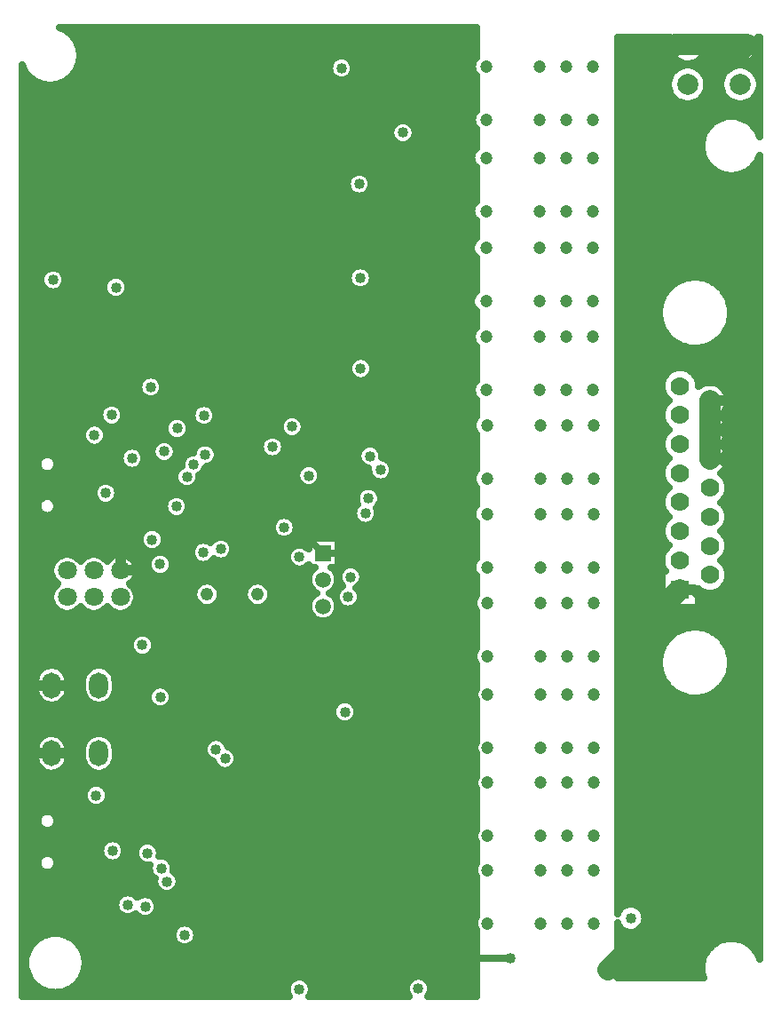
<source format=gbr>
G04 DipTrace 3.3.1.3*
G04 GND.gbr*
%MOMM*%
G04 #@! TF.FileFunction,Copper,L3,Inr*
G04 #@! TF.Part,Single*
G04 #@! TA.AperFunction,CopperBalancing*
%ADD14C,0.2*%
G04 #@! TA.AperFunction,Conductor*
%ADD16C,1.0*%
%ADD17C,0.7*%
%ADD18C,2.0*%
G04 #@! TA.AperFunction,ComponentPad*
%ADD21C,1.778*%
G04 #@! TA.AperFunction,ViaPad*
%ADD22C,1.016*%
G04 #@! TA.AperFunction,CopperBalancing*
%ADD28C,0.635*%
G04 #@! TA.AperFunction,ComponentPad*
%ADD29O,1.8X2.5*%
%ADD51C,1.8*%
%ADD57R,1.5X1.5*%
%ADD58C,1.5*%
%ADD59R,1.778X1.778*%
%ADD62C,1.2*%
%ADD77C,2.0*%
%ADD78C,1.2192*%
%FSLAX35Y35*%
G04*
G71*
G90*
G75*
G01*
G04 Inner2*
%LPD*%
X4598000Y9804000D2*
D17*
X3890000Y9096000D1*
Y8677323D1*
Y7701250D1*
Y7555307D1*
Y7151000D1*
Y6880777D1*
X4046000D1*
Y5846953D1*
X3890000D1*
Y5473000D1*
X4005000Y5358000D1*
X4603000Y8859000D2*
X4421323Y8677323D1*
X3890000D1*
X4590000Y7972000D2*
X4319250Y7701250D1*
X3890000D1*
X4591000Y7125000D2*
X4346777Y6880777D1*
X4046000D1*
X4631000Y6254000D2*
X4702000Y6183000D1*
Y5694000D1*
X4428320Y5420320D1*
X4366000Y5358000D1*
X4005000D1*
X4560000Y5357000D2*
X4496680Y5420320D1*
X4428320D1*
X4560000Y4506000D2*
Y5357000D1*
X4617000Y3672000D2*
X4560000Y3729000D1*
Y4506000D1*
X4617000Y2814000D2*
Y3672000D1*
Y1944000D2*
Y2814000D1*
X2890000Y4310000D2*
D16*
X3435000D1*
Y4368000D1*
X1616000Y3454000D2*
Y3202000D1*
X2784497D1*
Y3059000D1*
X3540000D1*
X4004000D1*
X4617000Y3672000D1*
X1616000Y4097000D2*
Y3454000D1*
X2071000Y5190000D2*
X2206000D1*
X2277000Y5261000D1*
Y4752000D1*
X2719000Y4310000D1*
X2890000D1*
X1745000Y5420000D2*
X2071000D1*
Y5451000D1*
X2191000D1*
X2277000Y5365000D1*
Y5261000D1*
X1986000Y7332000D2*
X2123573Y7469573D1*
X2209307Y7555307D1*
X2390537D1*
X2641493D1*
X3890000D1*
X2590000Y8117000D2*
X2641493Y8065507D1*
Y7836397D1*
Y7555307D1*
X2817877Y7836397D2*
X2641493D1*
X2838000Y2497000D2*
Y3255503D1*
X2784497Y3202000D1*
X2848000Y1803000D2*
X2838000Y1813000D1*
Y2497000D1*
X3239000Y5835000D2*
D14*
X3250953Y5846953D1*
X3890000D1*
X1792000Y2014000D2*
D17*
X2007000D1*
Y2187000D1*
X2380000D1*
X2754000Y1813000D1*
X2838000D1*
X3457000Y7151000D2*
X3890000D1*
X3468000Y6743000D2*
X3213000Y6488000D1*
Y5861000D1*
X3239000Y5835000D1*
X2376000Y7488000D2*
Y7540770D1*
X2390537Y7555307D1*
X2089000Y7488000D2*
X2107427Y7469573D1*
X2123573D1*
X2614000Y5547000D2*
X2432000Y5365000D1*
X2277000D1*
X4455000Y1631000D2*
X4617000Y1793000D1*
Y1944000D1*
X5789000Y1492000D2*
X4455000D1*
Y1631000D1*
X3239000Y5835000D2*
D14*
X3071000D1*
X2783000Y5547000D1*
X2614000D1*
X3153000D1*
X3239000Y5633000D1*
Y5835000D1*
X2414000Y5791000D2*
Y5817000D1*
X2117000D1*
X2191000Y5743000D1*
Y5451000D1*
X1416000Y4097000D2*
D16*
X1616000D1*
X1416000Y3447000D2*
X1616000Y3454000D1*
X1416000Y3447000D2*
X1229000D1*
X1183000Y3493000D1*
Y4107000D1*
X1193000Y4097000D1*
X1416000D1*
X2071000Y5190000D2*
Y5420000D1*
X1557000Y1897000D2*
X1674000Y2014000D1*
X1792000D1*
X3540000Y3032000D2*
Y3059000D1*
X3534000Y4310000D2*
Y4420987D1*
X3510993Y4443993D1*
X2443000Y2613000D2*
D14*
X2559000Y2497000D1*
X2838000D1*
X6724000Y1386000D2*
D18*
X7202000Y1864000D1*
Y3829000D1*
X7056000Y3975000D1*
Y4657167D1*
X7410533Y5011700D1*
X7695000Y6256300D2*
Y6533133D1*
Y6810000D1*
D16*
X8000000D1*
D18*
Y7187920D1*
Y8470000D1*
X7906000Y8564000D1*
X7787477Y8682523D1*
X7691977Y8778023D1*
X7591477Y8878523D1*
X7495953Y8974047D1*
X7297420Y9172580D1*
X7177000Y9293000D1*
Y10021000D1*
X7361000Y10205000D1*
X7483000D1*
X7983000D1*
X7695000Y6533133D2*
D16*
X7883900D1*
D18*
X8000000D1*
Y6810000D1*
X7695000Y6256300D2*
D16*
X7883900D1*
D18*
X8000000D1*
Y6533133D1*
X7599000Y8873000D2*
X7591477Y8878523D1*
X7698000Y8771000D2*
X7691977Y8778023D1*
X7787477Y8682523D2*
D22*
Y8463570D1*
D18*
X7509000Y8185093D1*
X7698000Y8771000D2*
D22*
Y8620200D1*
D18*
Y8374093D1*
X7509000Y8185093D1*
X7599000Y8873000D2*
D22*
Y8722200D1*
D18*
Y8471170D1*
Y8275093D1*
X7509000Y8185093D1*
X7495953Y8974047D2*
Y8153953D1*
X7799367Y8457367D1*
D22*
X7906000Y8564000D1*
X7509000Y8185093D2*
D18*
Y8381170D1*
X7599000Y8471170D1*
X7983000Y10205000D2*
X8052000D1*
X7911000Y10064000D1*
X7799000D1*
X7727000Y9992000D1*
Y9602160D1*
X7297420Y9172580D1*
X7838920Y7187920D2*
X8000000D1*
X7410533Y5011700D2*
D16*
X7541300D1*
X7646000Y4907000D1*
X7905000D1*
X8000000Y5002000D1*
Y6256300D1*
D22*
X2706000Y6084000D3*
X3029000Y5395000D3*
X3522000Y6369000D3*
X2029000Y7890000D3*
X3709000Y6562000D3*
X2612000Y6545000D3*
D3*
X3779000Y5320000D3*
Y1200000D3*
Y5320000D3*
X2281000Y4480000D3*
X2684000Y1716000D3*
X3779000Y1200000D3*
X3069710Y3399007D3*
X2983723Y3484993D3*
X4598000Y9804000D3*
X4603000Y8859000D3*
X4590000Y7972000D3*
X4591000Y7125000D3*
X4631000Y6254000D3*
X4560000Y5357000D3*
Y4506000D3*
Y5357000D3*
X4617000Y3672000D3*
X4560000Y4506000D3*
X4617000Y2814000D3*
Y3672000D3*
Y1944000D3*
Y2814000D3*
X2890000Y4310000D3*
X1616000Y3454000D3*
X4617000Y3672000D3*
X1616000Y4097000D3*
Y3454000D3*
X2890000Y4310000D3*
X1745000Y5420000D3*
X1986000Y7332000D3*
X2590000Y8117000D3*
X2817877Y7836397D3*
X2838000Y2497000D3*
X2848000Y1803000D3*
X2838000Y2497000D3*
X3239000Y5835000D3*
X1792000Y2014000D3*
X2007000D3*
X3457000Y7151000D3*
X3468000Y6743000D3*
X3239000Y5835000D3*
X2376000Y7488000D3*
X2089000D3*
X1745000Y5420000D3*
X2614000Y5547000D3*
X4455000Y1631000D3*
X4617000Y1944000D3*
X5789000Y1492000D3*
X4455000Y1631000D3*
X2838000Y2497000D3*
X2007000Y2014000D3*
X3239000Y5835000D3*
X2614000Y5547000D3*
D3*
X3239000Y5835000D3*
X2414000Y5791000D3*
X1745000Y5420000D3*
D3*
X1616000Y3454000D3*
Y4097000D3*
Y3454000D3*
X1792000Y2014000D3*
X1616000Y4097000D3*
D3*
Y3454000D3*
Y4097000D3*
Y3107000D3*
X3468000Y6743000D3*
X2590000Y8413000D3*
Y8117000D3*
Y8413000D3*
Y8117000D3*
D3*
X2817877Y7836397D3*
D3*
X2376000Y7488000D3*
D3*
X2089000D3*
D3*
X1986000Y7332000D3*
X3457000Y7151000D3*
D3*
X2817877Y7836397D3*
X4560000Y5357000D3*
X3111000Y4583000D3*
X2890000Y4310000D3*
X3088000Y3947000D3*
X2890000Y4310000D3*
X3088000Y3947000D3*
D3*
X2890000Y4310000D3*
D3*
X2726000D3*
X2590000Y8413000D3*
X2838000Y2497000D3*
X1557000Y1897000D3*
X1792000Y2014000D3*
X1372000Y5420000D3*
X3986000Y10169000D3*
D3*
X2524000Y9668000D3*
X1986000Y7332000D3*
X4560000Y4506000D3*
Y5357000D3*
Y4506000D3*
X4617000Y3672000D3*
D3*
Y2814000D3*
D3*
Y1944000D3*
D3*
X4455000Y1631000D3*
X2848000Y1803000D3*
X2007000Y2014000D3*
X3534000Y4310000D3*
X3111000Y4583000D3*
D3*
X2590000Y8117000D3*
Y8413000D3*
X3534000Y4310000D3*
D3*
X2846000Y3705000D3*
X3088000Y3947000D3*
X3534000Y4591000D3*
X2443000Y2613000D3*
X2838000Y2497000D3*
X3868000Y6095000D3*
X4268000Y5129000D3*
X4212000Y3842000D3*
X4409000Y5735000D3*
X4180000Y9980000D3*
X4437000Y5877000D3*
X4350000Y8875000D3*
X4553000Y6151000D3*
X4360000Y7980000D3*
X4452000Y6281000D3*
X4363000Y7116000D3*
X4244000Y4939000D3*
X2864000Y5363000D3*
X2770000Y6199000D3*
X4914000Y1207000D3*
X6724000Y1386000D3*
X7495953Y8974047D3*
D3*
D3*
D3*
D3*
X7787477Y8682523D3*
X7906000Y8564000D3*
D3*
X7787477Y8682523D3*
X7906000Y8564000D3*
X7495953Y8974047D3*
X7787477Y8682523D3*
X7906000Y8564000D3*
X7495953Y8974047D3*
X6984000Y9740000D3*
X7838920Y7187920D3*
X7539080D3*
X7838920D3*
X7092000Y5011700D3*
Y4273000D3*
Y5011700D3*
D3*
X8130000Y10026000D3*
X2329000Y2497000D3*
X2308000Y1987000D3*
X2181000Y6261000D3*
X6939000Y1874000D3*
X4766000Y9365000D3*
X2361000Y6939000D3*
X1823000Y6481000D3*
X3633000Y5601000D3*
X2879000Y6295000D3*
X3633000Y5601000D3*
X2606000Y5801000D3*
X2868000Y6669000D3*
X2514000Y2226000D3*
X2142000Y2004000D3*
X1997000Y2518000D3*
X1840000Y3046000D3*
X2464000Y2349000D3*
X2486000Y6326000D3*
X1428000Y7962000D3*
X2452000Y3984000D3*
X2450000Y5249000D3*
X1931000Y5928000D3*
X2373000Y5486000D3*
X1988000Y6673000D3*
D3*
X1931000Y5928000D3*
X7599000Y8873000D3*
X7698000Y8771000D3*
X2524000Y8620000D3*
X2016000D3*
X3032000D3*
Y8112000D3*
Y9128000D3*
X2524000D3*
X1966000Y9143000D3*
X1508000Y9154000D3*
Y8620000D3*
X3540000Y3032000D3*
Y2524000D3*
Y2016000D3*
Y1508000D3*
X2026000Y1455000D3*
X2006000Y1763000D3*
X3540000Y3540000D3*
X3021000Y9661000D3*
X3027000Y10165000D3*
X2524000Y10171000D3*
X1968000Y10181000D3*
X1965000Y9649000D3*
X1507000Y9662000D3*
X3538000Y10169000D3*
X3488000Y9636000D3*
X3500000Y9135000D3*
X3540000Y8620000D3*
Y8112000D3*
X4048000Y9128000D3*
Y8620000D3*
Y8112000D3*
Y7604000D3*
Y7124000D3*
X1600073Y10305083D2*
D28*
X5461890D1*
X1650113Y10241917D2*
X5461890D1*
X1677183Y10178750D2*
X5461890D1*
X1688030Y10115583D2*
X5461890D1*
X1684383Y10052417D2*
X4084220D1*
X4275840D2*
X5439377D1*
X1665790Y9989250D2*
X4058973D1*
X4301087D2*
X5423427D1*
X1138147Y9926083D2*
X1171610D1*
X1628420D2*
X4072007D1*
X4288053D2*
X5445757D1*
X1138147Y9862917D2*
X1240837D1*
X1559240D2*
X5461890D1*
X1138147Y9799750D2*
X5461890D1*
X1138147Y9736583D2*
X5461890D1*
X1138147Y9673417D2*
X5461890D1*
X1138147Y9610250D2*
X5461890D1*
X1138147Y9547083D2*
X5441020D1*
X1138147Y9483917D2*
X5423337D1*
X1138147Y9420750D2*
X4658987D1*
X4873030D2*
X5443843D1*
X1138147Y9357583D2*
X4644770D1*
X4887157D2*
X5461890D1*
X1138147Y9294417D2*
X4668740D1*
X4863277D2*
X5461890D1*
X1138147Y9231250D2*
X5461890D1*
X1138147Y9168083D2*
X5423427D1*
X1138147Y9104917D2*
X5417320D1*
X1138147Y9041750D2*
X5452413D1*
X1138147Y8978583D2*
X4293493D1*
X4406543D2*
X5461890D1*
X1138147Y8915417D2*
X4235887D1*
X4464147D2*
X5461890D1*
X1138147Y8852250D2*
X4230877D1*
X4469160D2*
X5461890D1*
X1138147Y8789083D2*
X4267060D1*
X4432887D2*
X5461890D1*
X1138147Y8725917D2*
X5461890D1*
X1138147Y8662750D2*
X5424520D1*
X1138147Y8599583D2*
X5416863D1*
X1138147Y8536417D2*
X5449587D1*
X1138147Y8473250D2*
X5461890D1*
X1138147Y8410083D2*
X5461890D1*
X1138147Y8346917D2*
X5448947D1*
X1138147Y8283750D2*
X5415043D1*
X1138147Y8220583D2*
X5421970D1*
X1138147Y8157417D2*
X5461890D1*
X1138147Y8094250D2*
X4339793D1*
X4380247D2*
X5461890D1*
X1138147Y8031083D2*
X1329613D1*
X1526427D2*
X4250563D1*
X4469527D2*
X5461890D1*
X1138147Y7967917D2*
X1306733D1*
X1549303D2*
X1937920D1*
X2120060D2*
X4239170D1*
X4480827D2*
X5461890D1*
X1138147Y7904750D2*
X1321773D1*
X1534173D2*
X1908480D1*
X2149500D2*
X4266603D1*
X4453393D2*
X5461890D1*
X1138147Y7841583D2*
X1918233D1*
X2139747D2*
X5451863D1*
X1138147Y7778417D2*
X1994430D1*
X2063550D2*
X5415590D1*
X1138147Y7715250D2*
X5420877D1*
X1138147Y7652083D2*
X5461890D1*
X1138147Y7588917D2*
X5461890D1*
X1138147Y7525750D2*
X5461890D1*
X1138147Y7462583D2*
X5427983D1*
X1138147Y7399417D2*
X5421057D1*
X1138147Y7336250D2*
X5454780D1*
X1138147Y7273083D2*
X5461890D1*
X1138147Y7209917D2*
X4290120D1*
X4435893D2*
X5461890D1*
X1138147Y7146750D2*
X4245733D1*
X4480280D2*
X5461890D1*
X1138147Y7083583D2*
X4246187D1*
X4479827D2*
X5461890D1*
X1138147Y7020417D2*
X2273337D1*
X2448730D2*
X4292580D1*
X4433433D2*
X5461890D1*
X1138147Y6957250D2*
X2240980D1*
X2480997D2*
X5429170D1*
X1138147Y6894083D2*
X2248727D1*
X2473340D2*
X5420603D1*
X1138147Y6830917D2*
X2315080D1*
X2406897D2*
X5452137D1*
X1138147Y6767750D2*
X1916317D1*
X2059720D2*
X2802530D1*
X2933447D2*
X5461890D1*
X1138147Y6704583D2*
X1871020D1*
X2105020D2*
X2752217D1*
X2983757D2*
X5461890D1*
X1138147Y6641417D2*
X1871020D1*
X2105020D2*
X2542763D1*
X2681153D2*
X2749937D1*
X2986127D2*
X3619377D1*
X3798693D2*
X5447400D1*
X1138147Y6578250D2*
X1755080D1*
X2059720D2*
X2495460D1*
X2728550D2*
X2790863D1*
X2945113D2*
X3588753D1*
X3829317D2*
X5425433D1*
X1138147Y6515083D2*
X1706683D1*
X1939317D2*
X2494547D1*
X2729460D2*
X3597593D1*
X3820477D2*
X5441747D1*
X1138147Y6451917D2*
X1705317D1*
X1940683D2*
X2537933D1*
X2686077D2*
X3435810D1*
X3608197D2*
X3669053D1*
X3748927D2*
X5461890D1*
X1138147Y6388750D2*
X1747790D1*
X1898210D2*
X2388180D1*
X2589827D2*
X2805900D1*
X2952130D2*
X3402270D1*
X3641740D2*
X4405237D1*
X4498783D2*
X5461890D1*
X1138147Y6325583D2*
X2080380D1*
X2283577D2*
X2367580D1*
X2610423D2*
X2761697D1*
X2996337D2*
X3409103D1*
X3634903D2*
X4339520D1*
X4564410D2*
X5461890D1*
X1138147Y6262417D2*
X1296527D1*
X1452507D2*
X2060603D1*
X2303447D2*
X2384807D1*
X2593197D2*
X2667633D1*
X2995697D2*
X3472270D1*
X3571740D2*
X4332047D1*
X4588197D2*
X5461890D1*
X1138147Y6199250D2*
X1276567D1*
X1472470D2*
X2078557D1*
X2285490D2*
X2648583D1*
X2949213D2*
X3812880D1*
X3923107D2*
X4364677D1*
X4663850D2*
X5461890D1*
X1138147Y6136083D2*
X1307553D1*
X1441480D2*
X2596997D1*
X2872743D2*
X3754183D1*
X3981897D2*
X4432490D1*
X4673510D2*
X5449403D1*
X1138147Y6072917D2*
X2585053D1*
X2826897D2*
X3748713D1*
X3987273D2*
X4462113D1*
X4643887D2*
X5425613D1*
X1138147Y6009750D2*
X1843673D1*
X2018340D2*
X2611670D1*
X2800280D2*
X3784353D1*
X3951637D2*
X5440197D1*
X1138147Y5946583D2*
X1811043D1*
X2050970D2*
X4338973D1*
X4535060D2*
X5461890D1*
X1138147Y5883417D2*
X1320407D1*
X1428537D2*
X1818520D1*
X2043497D2*
X2519340D1*
X2692637D2*
X4315733D1*
X4558303D2*
X5461890D1*
X1138147Y5820250D2*
X1277660D1*
X1471373D2*
X1884233D1*
X1977780D2*
X2486163D1*
X2725813D2*
X4325303D1*
X4543447D2*
X5461890D1*
X1138147Y5757083D2*
X1289873D1*
X1459160D2*
X2493270D1*
X2718707D2*
X4289663D1*
X4528313D2*
X5430627D1*
X1138147Y5693917D2*
X2557437D1*
X2654540D2*
X3558767D1*
X3707273D2*
X4295133D1*
X4522847D2*
X5433180D1*
X1138147Y5630750D2*
X3515470D1*
X3750567D2*
X4353923D1*
X4464147D2*
X5461890D1*
X1138147Y5567583D2*
X2285460D1*
X2460490D2*
X3516473D1*
X3749473D2*
X5461890D1*
X1138147Y5504417D2*
X2253010D1*
X2492937D2*
X2986917D1*
X3071077D2*
X3564053D1*
X3701897D2*
X5461890D1*
X1138147Y5441250D2*
X2260577D1*
X2485373D2*
X2773270D1*
X3140710D2*
X3859363D1*
X4150607D2*
X5461890D1*
X1138147Y5378083D2*
X2326657D1*
X2419383D2*
X2743557D1*
X3149187D2*
X3673337D1*
X4150607D2*
X5461890D1*
X1138147Y5314917D2*
X1466057D1*
X1659957D2*
X1720080D1*
X1913887D2*
X1974103D1*
X2167910D2*
X2349353D1*
X2550723D2*
X2753127D1*
X3118017D2*
X3657660D1*
X4150607D2*
X5461890D1*
X1138147Y5251750D2*
X1415290D1*
X2218770D2*
X2328570D1*
X2571413D2*
X2828140D1*
X2899813D2*
X3679990D1*
X4150607D2*
X5431267D1*
X1138147Y5188583D2*
X1402347D1*
X2231623D2*
X2345707D1*
X2554280D2*
X3887983D1*
X4121987D2*
X4163153D1*
X4372820D2*
X5432360D1*
X1138147Y5125417D2*
X1416567D1*
X2217493D2*
X3861007D1*
X4389410D2*
X5461890D1*
X1138147Y5062250D2*
X1467970D1*
X2165997D2*
X2812373D1*
X2980477D2*
X3294990D1*
X3463003D2*
X3865747D1*
X4368080D2*
X5461890D1*
X1138147Y4999083D2*
X1415837D1*
X2218133D2*
X2769807D1*
X3022950D2*
X3252423D1*
X3505567D2*
X3907033D1*
X4102937D2*
X4139457D1*
X4348483D2*
X5461890D1*
X1138147Y4935917D2*
X1402347D1*
X2231623D2*
X2767983D1*
X3024773D2*
X3250603D1*
X3507390D2*
X3888987D1*
X4365437D2*
X5449950D1*
X1138147Y4872750D2*
X1415927D1*
X2218040D2*
X2804260D1*
X2988587D2*
X3286877D1*
X3471113D2*
X3861187D1*
X4344473D2*
X5435550D1*
X1138147Y4809583D2*
X1468153D1*
X1657767D2*
X1722177D1*
X1911790D2*
X1976200D1*
X2165813D2*
X3865380D1*
X4144683D2*
X5459613D1*
X1138147Y4746417D2*
X3905483D1*
X4104487D2*
X5461890D1*
X1138147Y4683250D2*
X5461890D1*
X1138147Y4620083D2*
X5461890D1*
X1138147Y4556917D2*
X2189027D1*
X2372990D2*
X5461890D1*
X1138147Y4493750D2*
X2160407D1*
X2401610D2*
X5461890D1*
X1138147Y4430583D2*
X2170707D1*
X2391310D2*
X5451500D1*
X1138147Y4367417D2*
X2250733D1*
X2311283D2*
X5435460D1*
X1138147Y4304250D2*
X5457607D1*
X1138147Y4241083D2*
X1300537D1*
X1531440D2*
X1750523D1*
X1981427D2*
X5461890D1*
X1138147Y4177917D2*
X1262347D1*
X1569630D2*
X1712333D1*
X2019617D2*
X5461890D1*
X1138147Y4114750D2*
X1255330D1*
X1576647D2*
X1705317D1*
X2026637D2*
X5461890D1*
X1138147Y4051583D2*
X1255693D1*
X1576283D2*
X1705680D1*
X2026270D2*
X2352450D1*
X2551543D2*
X5456603D1*
X1138147Y3988417D2*
X1274013D1*
X1557963D2*
X1724000D1*
X2007950D2*
X2330667D1*
X2573327D2*
X5450223D1*
X1138147Y3925250D2*
X1338180D1*
X1493797D2*
X1788167D1*
X1943783D2*
X2346710D1*
X2557287D2*
X4126150D1*
X4297807D2*
X5461890D1*
X1138147Y3862083D2*
X4092333D1*
X4331713D2*
X5461890D1*
X1138147Y3798917D2*
X4098897D1*
X4325060D2*
X5461890D1*
X1138147Y3735750D2*
X4161423D1*
X4262623D2*
X5461890D1*
X1138147Y3672583D2*
X5461890D1*
X1138147Y3609417D2*
X1322687D1*
X1509383D2*
X1772673D1*
X1959370D2*
X5461890D1*
X1138147Y3546250D2*
X1269363D1*
X1562613D2*
X1719353D1*
X2012600D2*
X2879913D1*
X3087480D2*
X5457697D1*
X1138147Y3483083D2*
X1255330D1*
X1576647D2*
X1705407D1*
X2026637D2*
X2862320D1*
X3154657D2*
X5449770D1*
X1138147Y3419917D2*
X1255330D1*
X1576647D2*
X1705317D1*
X2026637D2*
X2882463D1*
X3189200D2*
X5461890D1*
X1138147Y3356750D2*
X1265627D1*
X1566440D2*
X1715613D1*
X2016427D2*
X2956293D1*
X3183093D2*
X5461890D1*
X1138147Y3293583D2*
X1310747D1*
X1521230D2*
X1760733D1*
X1971220D2*
X3017177D1*
X3122207D2*
X5461890D1*
X1138147Y3230417D2*
X5461890D1*
X1138147Y3167250D2*
X5448400D1*
X1138147Y3104083D2*
X1734300D1*
X1945697D2*
X5461890D1*
X1138147Y3040917D2*
X1718713D1*
X1961283D2*
X5461890D1*
X1138147Y2977750D2*
X1740953D1*
X1939043D2*
X5461890D1*
X1138147Y2914583D2*
X5461890D1*
X1138147Y2851417D2*
X1290147D1*
X1458797D2*
X5461890D1*
X1138147Y2788250D2*
X1277567D1*
X1471467D2*
X5461890D1*
X1138147Y2725083D2*
X1319587D1*
X1429357D2*
X5461890D1*
X1138147Y2661917D2*
X5448400D1*
X1138147Y2598750D2*
X1908663D1*
X2085333D2*
X2268870D1*
X2389123D2*
X5461890D1*
X1138147Y2535583D2*
X1876943D1*
X2117053D2*
X2214183D1*
X2443810D2*
X5461890D1*
X1138147Y2472417D2*
X1308103D1*
X1440933D2*
X1884963D1*
X2109030D2*
X2210173D1*
X2447820D2*
X5461890D1*
X1138147Y2409250D2*
X1276567D1*
X1472470D2*
X1952960D1*
X2041037D2*
X2248180D1*
X2567220D2*
X5461890D1*
X1138147Y2346083D2*
X1296163D1*
X1452873D2*
X2339690D1*
X2582260D2*
X5444847D1*
X1138147Y2282917D2*
X2362567D1*
X2620360D2*
X5457423D1*
X1138147Y2219750D2*
X2392737D1*
X2635307D2*
X5461890D1*
X1138147Y2156583D2*
X2415887D1*
X2612157D2*
X5461890D1*
X1138147Y2093417D2*
X2063153D1*
X2220777D2*
X2257840D1*
X2358223D2*
X5461890D1*
X1138147Y2030250D2*
X2023597D1*
X2421023D2*
X5461890D1*
X1138147Y1967083D2*
X2026603D1*
X2427677D2*
X5461890D1*
X1138147Y1903917D2*
X2078830D1*
X2393953D2*
X5461890D1*
X1138147Y1840750D2*
X5445030D1*
X1138147Y1777583D2*
X2580407D1*
X2787613D2*
X5456057D1*
X1138147Y1714417D2*
X1345380D1*
X1554590D2*
X2562543D1*
X2805387D2*
X5461890D1*
X1138147Y1651250D2*
X1246030D1*
X1654030D2*
X2582503D1*
X2785517D2*
X5461890D1*
X1138147Y1588083D2*
X1197633D1*
X1702337D2*
X5461890D1*
X1138147Y1524917D2*
X1171610D1*
X1728313D2*
X5461890D1*
X1738160Y1461750D2*
X5461890D1*
X1733693Y1398583D2*
X5461890D1*
X1138147Y1335417D2*
X1185877D1*
X1714097D2*
X5461890D1*
X1138147Y1272250D2*
X1224613D1*
X1675360D2*
X3683090D1*
X3874980D2*
X4812840D1*
X5015123D2*
X5461890D1*
X1138147Y1209083D2*
X1296890D1*
X1603080D2*
X3657933D1*
X3900047D2*
X4792607D1*
X5035450D2*
X5461890D1*
X1138147Y1145917D2*
X3671057D1*
X3886920D2*
X4810107D1*
X5017860D2*
X5461890D1*
X1711713Y3481953D2*
X1713610Y3506137D1*
X1719260Y3529677D1*
X1728527Y3552047D1*
X1741177Y3572690D1*
X1756900Y3591100D1*
X1775310Y3606823D1*
X1795953Y3619473D1*
X1818323Y3628740D1*
X1841863Y3634390D1*
X1866000Y3636290D1*
X1890137Y3634390D1*
X1913677Y3628740D1*
X1936047Y3619473D1*
X1956690Y3606823D1*
X1975100Y3591100D1*
X1990823Y3572690D1*
X2003473Y3552047D1*
X2012740Y3529677D1*
X2018390Y3506137D1*
X2020290Y3482000D1*
X2019813Y3399893D1*
X2016027Y3375983D1*
X2008547Y3352957D1*
X1997553Y3331383D1*
X1983323Y3311797D1*
X1966203Y3294677D1*
X1946617Y3280447D1*
X1925043Y3269453D1*
X1902017Y3261973D1*
X1878107Y3258187D1*
X1853893D1*
X1829983Y3261973D1*
X1806957Y3269453D1*
X1785383Y3280447D1*
X1765797Y3294677D1*
X1748677Y3311797D1*
X1734447Y3331383D1*
X1723453Y3352957D1*
X1715973Y3375983D1*
X1712187Y3399893D1*
X1711710Y3458667D1*
Y3481910D1*
X1711713Y4131953D2*
X1713610Y4156137D1*
X1719260Y4179677D1*
X1728527Y4202047D1*
X1741177Y4222690D1*
X1756900Y4241100D1*
X1775310Y4256823D1*
X1795953Y4269473D1*
X1818323Y4278740D1*
X1841863Y4284390D1*
X1866000Y4286290D1*
X1890137Y4284390D1*
X1913677Y4278740D1*
X1936047Y4269473D1*
X1956690Y4256823D1*
X1975100Y4241100D1*
X1990823Y4222690D1*
X2003473Y4202047D1*
X2012740Y4179677D1*
X2018390Y4156137D1*
X2020290Y4132000D1*
X2019813Y4049893D1*
X2016027Y4025983D1*
X2008547Y4002957D1*
X1997553Y3981383D1*
X1983323Y3961797D1*
X1966203Y3944677D1*
X1946617Y3930447D1*
X1925043Y3919453D1*
X1902017Y3911973D1*
X1878107Y3908187D1*
X1853893D1*
X1829983Y3911973D1*
X1806957Y3919453D1*
X1785383Y3930447D1*
X1765797Y3944677D1*
X1748677Y3961797D1*
X1734447Y3981383D1*
X1723453Y4002957D1*
X1715973Y4025983D1*
X1712187Y4049893D1*
X1711710Y4108667D1*
Y4131910D1*
X1261717Y3482017D2*
X1262913Y3501233D1*
X1266353Y3519570D1*
X1271983Y3537353D1*
X1279717Y3554333D1*
X1289440Y3570250D1*
X1301017Y3584880D1*
X1314273Y3598007D1*
X1329020Y3609433D1*
X1345033Y3619000D1*
X1362087Y3626563D1*
X1379930Y3632013D1*
X1398297Y3635270D1*
X1416927Y3636287D1*
X1435540Y3635047D1*
X1453867Y3631570D1*
X1471643Y3625907D1*
X1488603Y3618140D1*
X1504503Y3608383D1*
X1519110Y3596777D1*
X1532210Y3583493D1*
X1543610Y3568727D1*
X1553143Y3552690D1*
X1560673Y3535623D1*
X1566087Y3517770D1*
X1569307Y3499397D1*
X1570290Y3477333D1*
X1569657Y3398020D1*
X1566843Y3379577D1*
X1561830Y3361610D1*
X1554680Y3344377D1*
X1545507Y3328133D1*
X1534437Y3313117D1*
X1521637Y3299547D1*
X1507293Y3287617D1*
X1491613Y3277510D1*
X1474830Y3269367D1*
X1457187Y3263310D1*
X1438940Y3259423D1*
X1420357Y3257770D1*
X1401713Y3258373D1*
X1383277Y3261220D1*
X1365317Y3266273D1*
X1348100Y3273453D1*
X1331873Y3282663D1*
X1316880Y3293760D1*
X1303333Y3306587D1*
X1291437Y3320957D1*
X1281357Y3336653D1*
X1273250Y3353453D1*
X1267227Y3371110D1*
X1263380Y3389367D1*
X1261763Y3407950D1*
X1261710Y3481800D1*
X1261717Y4132017D2*
X1262913Y4151233D1*
X1266353Y4169570D1*
X1271983Y4187353D1*
X1279717Y4204333D1*
X1289440Y4220250D1*
X1301017Y4234880D1*
X1314273Y4248007D1*
X1329020Y4259433D1*
X1345033Y4269000D1*
X1362087Y4276563D1*
X1379930Y4282013D1*
X1398297Y4285270D1*
X1416927Y4286287D1*
X1435540Y4285047D1*
X1453867Y4281570D1*
X1471643Y4275907D1*
X1488603Y4268140D1*
X1504503Y4258383D1*
X1519110Y4246777D1*
X1532210Y4233493D1*
X1543610Y4218727D1*
X1553143Y4202690D1*
X1560673Y4185623D1*
X1566087Y4167770D1*
X1569307Y4149397D1*
X1570290Y4127333D1*
X1569657Y4048020D1*
X1566843Y4029577D1*
X1561830Y4011610D1*
X1554680Y3994377D1*
X1545507Y3978133D1*
X1534437Y3963117D1*
X1521637Y3949547D1*
X1507293Y3937617D1*
X1491613Y3927510D1*
X1474830Y3919367D1*
X1457187Y3913310D1*
X1438940Y3909423D1*
X1420357Y3907770D1*
X1401713Y3908373D1*
X1383277Y3911220D1*
X1365317Y3916273D1*
X1348100Y3923453D1*
X1331873Y3932663D1*
X1316880Y3943760D1*
X1303333Y3956587D1*
X1291437Y3970957D1*
X1281357Y3986653D1*
X1273250Y4003453D1*
X1267227Y4021110D1*
X1263380Y4039367D1*
X1261763Y4057950D1*
X1261710Y4131763D1*
X1681213Y10077867D2*
X1678610Y10055873D1*
X1674290Y10034150D1*
X1668277Y10012830D1*
X1660610Y9992050D1*
X1651337Y9971937D1*
X1640517Y9952613D1*
X1628210Y9934197D1*
X1614497Y9916800D1*
X1599463Y9900537D1*
X1583200Y9885503D1*
X1565803Y9871790D1*
X1547387Y9859483D1*
X1528063Y9848663D1*
X1507950Y9839390D1*
X1487170Y9831723D1*
X1465850Y9825710D1*
X1444127Y9821390D1*
X1422133Y9818787D1*
X1400000Y9817917D1*
X1377867Y9818787D1*
X1355873Y9821390D1*
X1334150Y9825710D1*
X1312830Y9831723D1*
X1292050Y9839390D1*
X1271937Y9848663D1*
X1252613Y9859483D1*
X1234197Y9871790D1*
X1216800Y9885503D1*
X1200537Y9900537D1*
X1185503Y9916800D1*
X1171790Y9934197D1*
X1159483Y9952613D1*
X1148663Y9971937D1*
X1139390Y9992050D1*
X1131753Y10012750D1*
X1131750Y1131837D1*
X3686263Y1131750D1*
X3676453Y1147750D1*
X3669543Y1164437D1*
X3665327Y1181997D1*
X3663910Y1200000D1*
X3665327Y1218003D1*
X3669543Y1235563D1*
X3676453Y1252250D1*
X3685890Y1267647D1*
X3697620Y1281380D1*
X3711353Y1293110D1*
X3726750Y1302547D1*
X3743437Y1309457D1*
X3760997Y1313673D1*
X3779000Y1315090D1*
X3797003Y1313673D1*
X3814563Y1309457D1*
X3831250Y1302547D1*
X3846647Y1293110D1*
X3860380Y1281380D1*
X3872110Y1267647D1*
X3881547Y1252250D1*
X3888457Y1235563D1*
X3892673Y1218003D1*
X3894090Y1200000D1*
X3892673Y1181997D1*
X3888457Y1164437D1*
X3881547Y1147750D1*
X3871650Y1131770D1*
X4826483Y1132257D1*
X4815870Y1146867D1*
X4807670Y1162957D1*
X4802090Y1180133D1*
X4799263Y1197970D1*
Y1216030D1*
X4802090Y1233867D1*
X4807670Y1251043D1*
X4815870Y1267133D1*
X4826483Y1281743D1*
X4839257Y1294517D1*
X4853867Y1305130D1*
X4869957Y1313330D1*
X4887133Y1318910D1*
X4904970Y1321737D1*
X4923030D1*
X4940867Y1318910D1*
X4958043Y1313330D1*
X4974133Y1305130D1*
X4988743Y1294517D1*
X5001517Y1281743D1*
X5012130Y1267133D1*
X5020330Y1251043D1*
X5025910Y1233867D1*
X5028737Y1216030D1*
Y1197970D1*
X5025910Y1180133D1*
X5020330Y1162957D1*
X5012130Y1146867D1*
X5001060Y1131763D1*
X5468163Y1131750D1*
X5468250Y1767097D1*
X5459410Y1784263D1*
X5453867Y1801320D1*
X5451063Y1819033D1*
Y1836967D1*
X5453867Y1854680D1*
X5459410Y1871737D1*
X5468233Y1888737D1*
X5468250Y2275143D1*
X5459410Y2292263D1*
X5453867Y2309320D1*
X5451063Y2327033D1*
Y2344967D1*
X5453867Y2362680D1*
X5459410Y2379737D1*
X5468233Y2396737D1*
X5468250Y2605090D1*
X5460303Y2623683D1*
X5456117Y2641120D1*
X5454710Y2659000D1*
X5456117Y2676880D1*
X5460303Y2694317D1*
X5467167Y2710887D1*
X5468247Y2712813D1*
X5468250Y3112957D1*
X5460303Y3131683D1*
X5456117Y3149120D1*
X5454710Y3167000D1*
X5456117Y3184880D1*
X5460303Y3202317D1*
X5467167Y3218887D1*
X5468247Y3220813D1*
X5468250Y3447097D1*
X5460303Y3465683D1*
X5456117Y3483120D1*
X5454710Y3501000D1*
X5456117Y3518880D1*
X5460303Y3536317D1*
X5467167Y3552887D1*
X5468247Y3554813D1*
X5468250Y3954960D1*
X5460303Y3973683D1*
X5456117Y3991120D1*
X5454710Y4009000D1*
X5456117Y4026880D1*
X5460303Y4044317D1*
X5467167Y4060887D1*
X5468250Y4063333D1*
Y4298763D1*
X5458553Y4312283D1*
X5450410Y4328263D1*
X5444867Y4345320D1*
X5442063Y4363033D1*
Y4380967D1*
X5444867Y4398680D1*
X5450410Y4415737D1*
X5458553Y4431717D1*
X5468247Y4445153D1*
X5468250Y4806810D1*
X5458553Y4820283D1*
X5450410Y4836263D1*
X5444867Y4853320D1*
X5442063Y4871033D1*
Y4888967D1*
X5444867Y4906680D1*
X5450410Y4923737D1*
X5458553Y4939717D1*
X5468247Y4953153D1*
X5468250Y5140220D1*
X5455537Y5154823D1*
X5446167Y5170113D1*
X5439303Y5186683D1*
X5435117Y5204120D1*
X5433710Y5222000D1*
X5435117Y5239880D1*
X5439303Y5257317D1*
X5446167Y5273887D1*
X5455537Y5289177D1*
X5468240Y5303790D1*
X5468250Y5648087D1*
X5455537Y5662823D1*
X5446167Y5678113D1*
X5439303Y5694683D1*
X5435117Y5712120D1*
X5433710Y5730000D1*
X5435117Y5747880D1*
X5439303Y5765317D1*
X5446167Y5781887D1*
X5455537Y5797177D1*
X5468240Y5811790D1*
X5468250Y5982227D1*
X5459093Y5991773D1*
X5448553Y6006283D1*
X5440410Y6022263D1*
X5434867Y6039320D1*
X5432063Y6057033D1*
Y6074967D1*
X5434867Y6092680D1*
X5440410Y6109737D1*
X5448553Y6125717D1*
X5459093Y6140227D1*
X5468247Y6149647D1*
X5468250Y6490273D1*
X5459093Y6499773D1*
X5448553Y6514283D1*
X5440410Y6530263D1*
X5434867Y6547320D1*
X5432063Y6565033D1*
Y6582967D1*
X5434867Y6600680D1*
X5440410Y6617737D1*
X5448553Y6633717D1*
X5459093Y6648227D1*
X5468247Y6657647D1*
X5468250Y6822043D1*
X5459183Y6830183D1*
X5447537Y6843823D1*
X5438167Y6859113D1*
X5431303Y6875683D1*
X5427117Y6893120D1*
X5425710Y6911000D1*
X5427117Y6928880D1*
X5431303Y6946317D1*
X5438167Y6962887D1*
X5447537Y6978177D1*
X5459183Y6991817D1*
X5468223Y6999837D1*
X5468250Y7330090D1*
X5459183Y7338183D1*
X5447537Y7351823D1*
X5438167Y7367113D1*
X5431303Y7383683D1*
X5427117Y7401120D1*
X5425710Y7419000D1*
X5427117Y7436880D1*
X5431303Y7454317D1*
X5438167Y7470887D1*
X5447537Y7486177D1*
X5459183Y7499817D1*
X5468223Y7507837D1*
X5468250Y7662590D1*
X5453183Y7675183D1*
X5441537Y7688823D1*
X5432167Y7704113D1*
X5425303Y7720683D1*
X5421117Y7738120D1*
X5419710Y7756000D1*
X5421117Y7773880D1*
X5425303Y7791317D1*
X5432167Y7807887D1*
X5441537Y7823177D1*
X5453183Y7836817D1*
X5468250Y7849417D1*
Y8170457D1*
X5453183Y8183183D1*
X5441537Y8196823D1*
X5432167Y8212113D1*
X5425303Y8228683D1*
X5421117Y8246120D1*
X5419710Y8264000D1*
X5421117Y8281880D1*
X5425303Y8299317D1*
X5432167Y8315887D1*
X5441537Y8331177D1*
X5453183Y8344817D1*
X5468250Y8357417D1*
Y8525923D1*
X5455183Y8537183D1*
X5443537Y8550823D1*
X5434167Y8566113D1*
X5427303Y8582683D1*
X5423117Y8600120D1*
X5421710Y8618000D1*
X5423117Y8635880D1*
X5427303Y8653317D1*
X5434167Y8669887D1*
X5443537Y8685177D1*
X5455183Y8698817D1*
X5468243Y8710007D1*
X5468250Y9033970D1*
X5455183Y9045183D1*
X5443537Y9058823D1*
X5434167Y9074113D1*
X5427303Y9090683D1*
X5423117Y9108120D1*
X5421710Y9126000D1*
X5423117Y9143880D1*
X5427303Y9161317D1*
X5434167Y9177887D1*
X5443537Y9193177D1*
X5455183Y9206817D1*
X5468243Y9218007D1*
X5468250Y9400377D1*
X5457093Y9411773D1*
X5446553Y9426283D1*
X5438410Y9442263D1*
X5432867Y9459320D1*
X5430063Y9477033D1*
Y9494967D1*
X5432867Y9512680D1*
X5438410Y9529737D1*
X5446553Y9545717D1*
X5457093Y9560227D1*
X5468257Y9571503D1*
X5468250Y9908423D1*
X5457093Y9919773D1*
X5446553Y9934283D1*
X5438410Y9950263D1*
X5432867Y9967320D1*
X5430063Y9985033D1*
Y10002967D1*
X5432867Y10020680D1*
X5438410Y10037737D1*
X5446553Y10053717D1*
X5457093Y10068227D1*
X5468257Y10079503D1*
X5468250Y10368163D1*
X1487303Y10368250D1*
X1507950Y10360610D1*
X1528063Y10351337D1*
X1547387Y10340517D1*
X1565803Y10328210D1*
X1583200Y10314497D1*
X1599463Y10299463D1*
X1614497Y10283200D1*
X1628210Y10265803D1*
X1640517Y10247387D1*
X1651337Y10228063D1*
X1660610Y10207950D1*
X1668277Y10187170D1*
X1674290Y10165850D1*
X1678610Y10144127D1*
X1681213Y10122133D1*
X1682083Y10100000D1*
X1681213Y10077867D1*
X1731213Y1427867D2*
X1728610Y1405873D1*
X1724290Y1384150D1*
X1718277Y1362830D1*
X1710610Y1342050D1*
X1701337Y1321937D1*
X1690517Y1302613D1*
X1678210Y1284197D1*
X1664497Y1266800D1*
X1649463Y1250537D1*
X1633200Y1235503D1*
X1615803Y1221790D1*
X1597387Y1209483D1*
X1578063Y1198663D1*
X1557950Y1189390D1*
X1537170Y1181723D1*
X1515850Y1175710D1*
X1494127Y1171390D1*
X1472133Y1168787D1*
X1450000Y1167917D1*
X1427867Y1168787D1*
X1405873Y1171390D1*
X1384150Y1175710D1*
X1362830Y1181723D1*
X1342050Y1189390D1*
X1321937Y1198663D1*
X1302613Y1209483D1*
X1284197Y1221790D1*
X1266800Y1235503D1*
X1250537Y1250537D1*
X1235503Y1266800D1*
X1221790Y1284197D1*
X1209483Y1302613D1*
X1198663Y1321937D1*
X1189390Y1342050D1*
X1181723Y1362830D1*
X1175710Y1384150D1*
X1171390Y1405873D1*
X1168787Y1427867D1*
X1167917Y1450000D1*
X1168787Y1472133D1*
X1171390Y1494127D1*
X1175710Y1515850D1*
X1181723Y1537170D1*
X1189390Y1557950D1*
X1198663Y1578063D1*
X1209483Y1597387D1*
X1221790Y1615803D1*
X1235503Y1633200D1*
X1250537Y1649463D1*
X1266800Y1664497D1*
X1284197Y1678210D1*
X1302613Y1690517D1*
X1321937Y1701337D1*
X1342050Y1710610D1*
X1362830Y1718277D1*
X1384150Y1724290D1*
X1405873Y1728610D1*
X1427867Y1731213D1*
X1450000Y1732083D1*
X1472133Y1731213D1*
X1494127Y1728610D1*
X1515850Y1724290D1*
X1537170Y1718277D1*
X1557950Y1710610D1*
X1578063Y1701337D1*
X1597387Y1690517D1*
X1615803Y1678210D1*
X1633200Y1664497D1*
X1649463Y1649463D1*
X1664497Y1633200D1*
X1678210Y1615803D1*
X1690517Y1597387D1*
X1701337Y1578063D1*
X1710610Y1557950D1*
X1718277Y1537170D1*
X1724290Y1515850D1*
X1728610Y1494127D1*
X1731213Y1472133D1*
X1732083Y1450000D1*
X1731213Y1427867D1*
X1475497Y5063047D2*
X1462797Y5072677D1*
X1445677Y5089797D1*
X1431447Y5109383D1*
X1420453Y5130957D1*
X1412973Y5153983D1*
X1409187Y5177893D1*
Y5202107D1*
X1412973Y5226017D1*
X1420453Y5249043D1*
X1431447Y5270617D1*
X1445677Y5290203D1*
X1462797Y5307323D1*
X1482383Y5321553D1*
X1503957Y5332547D1*
X1526983Y5340027D1*
X1550893Y5343813D1*
X1575107D1*
X1599017Y5340027D1*
X1622043Y5332547D1*
X1643617Y5321553D1*
X1663203Y5307323D1*
X1680323Y5290203D1*
X1689953Y5277503D1*
X1699677Y5290203D1*
X1716797Y5307323D1*
X1736383Y5321553D1*
X1757957Y5332547D1*
X1780983Y5340027D1*
X1804893Y5343813D1*
X1829107D1*
X1853017Y5340027D1*
X1876043Y5332547D1*
X1897617Y5321553D1*
X1917203Y5307323D1*
X1934323Y5290203D1*
X1943953Y5277503D1*
X1956017Y5292880D1*
X1969273Y5306007D1*
X1984020Y5317433D1*
X2000033Y5327000D1*
X2017087Y5334563D1*
X2034930Y5340013D1*
X2053297Y5343270D1*
X2071927Y5344287D1*
X2090540Y5343047D1*
X2108867Y5339570D1*
X2126643Y5333907D1*
X2143603Y5326140D1*
X2159503Y5316383D1*
X2174110Y5304777D1*
X2187210Y5291493D1*
X2198610Y5276727D1*
X2208143Y5260690D1*
X2215673Y5243623D1*
X2221087Y5225770D1*
X2224307Y5207397D1*
X2225290Y5190000D1*
X2224163Y5171380D1*
X2220797Y5153030D1*
X2215240Y5135220D1*
X2207573Y5118213D1*
X2197910Y5102257D1*
X2186393Y5087580D1*
X2173190Y5074403D1*
X2158623Y5063010D1*
X2171203Y5053323D1*
X2188323Y5036203D1*
X2202553Y5016617D1*
X2213547Y4995043D1*
X2221027Y4972017D1*
X2224813Y4948107D1*
Y4923893D1*
X2221027Y4899983D1*
X2213547Y4876957D1*
X2202553Y4855383D1*
X2188323Y4835797D1*
X2171203Y4818677D1*
X2151617Y4804447D1*
X2130043Y4793453D1*
X2107017Y4785973D1*
X2083107Y4782187D1*
X2058893D1*
X2034983Y4785973D1*
X2011957Y4793453D1*
X1990383Y4804447D1*
X1970797Y4818677D1*
X1953677Y4835797D1*
X1944047Y4848497D1*
X1934323Y4835797D1*
X1917203Y4818677D1*
X1897617Y4804447D1*
X1876043Y4793453D1*
X1853017Y4785973D1*
X1829107Y4782187D1*
X1804893D1*
X1780983Y4785973D1*
X1757957Y4793453D1*
X1736383Y4804447D1*
X1716797Y4818677D1*
X1699677Y4835797D1*
X1690047Y4848497D1*
X1680323Y4835797D1*
X1663203Y4818677D1*
X1643617Y4804447D1*
X1622043Y4793453D1*
X1599017Y4785973D1*
X1575107Y4782187D1*
X1550893D1*
X1526983Y4785973D1*
X1503957Y4793453D1*
X1482383Y4804447D1*
X1462797Y4818677D1*
X1445677Y4835797D1*
X1431447Y4855383D1*
X1420453Y4876957D1*
X1412973Y4899983D1*
X1409187Y4923893D1*
Y4948107D1*
X1412973Y4972017D1*
X1420453Y4995043D1*
X1431447Y5016617D1*
X1445677Y5036203D1*
X1462797Y5053323D1*
X1475497Y5062953D1*
X1466007Y6197797D2*
X1463753Y6183573D1*
X1459303Y6169873D1*
X1452763Y6157040D1*
X1444297Y6145387D1*
X1434113Y6135203D1*
X1422460Y6126737D1*
X1409627Y6120197D1*
X1395927Y6115747D1*
X1381703Y6113493D1*
X1367297D1*
X1353073Y6115747D1*
X1339373Y6120197D1*
X1326540Y6126737D1*
X1314887Y6135203D1*
X1304703Y6145387D1*
X1296237Y6157040D1*
X1289697Y6169873D1*
X1285247Y6183573D1*
X1282993Y6197797D1*
Y6212203D1*
X1285247Y6226427D1*
X1289697Y6240127D1*
X1296237Y6252960D1*
X1304703Y6264613D1*
X1314887Y6274797D1*
X1326540Y6283263D1*
X1339373Y6289803D1*
X1353073Y6294253D1*
X1367297Y6296507D1*
X1381703D1*
X1395927Y6294253D1*
X1409627Y6289803D1*
X1422460Y6283263D1*
X1434113Y6274797D1*
X1444297Y6264613D1*
X1452763Y6252960D1*
X1459303Y6240127D1*
X1463753Y6226427D1*
X1466007Y6212203D1*
Y6197797D1*
Y5797797D2*
X1463753Y5783573D1*
X1459303Y5769873D1*
X1452763Y5757040D1*
X1444297Y5745387D1*
X1434113Y5735203D1*
X1422460Y5726737D1*
X1409627Y5720197D1*
X1395927Y5715747D1*
X1381703Y5713493D1*
X1367297D1*
X1353073Y5715747D1*
X1339373Y5720197D1*
X1326540Y5726737D1*
X1314887Y5735203D1*
X1304703Y5745387D1*
X1296237Y5757040D1*
X1289697Y5769873D1*
X1285247Y5783573D1*
X1282993Y5797797D1*
Y5812203D1*
X1285247Y5826427D1*
X1289697Y5840127D1*
X1296237Y5852960D1*
X1304703Y5864613D1*
X1314887Y5874797D1*
X1326540Y5883263D1*
X1339373Y5889803D1*
X1353073Y5894253D1*
X1367297Y5896507D1*
X1381703D1*
X1395927Y5894253D1*
X1409627Y5889803D1*
X1422460Y5883263D1*
X1434113Y5874797D1*
X1444297Y5864613D1*
X1452763Y5852960D1*
X1459303Y5840127D1*
X1463753Y5826427D1*
X1466007Y5812203D1*
Y5797797D1*
Y2795797D2*
X1463753Y2781573D1*
X1459303Y2767873D1*
X1452763Y2755040D1*
X1444297Y2743387D1*
X1434113Y2733203D1*
X1422460Y2724737D1*
X1409627Y2718197D1*
X1395927Y2713747D1*
X1381703Y2711493D1*
X1367297D1*
X1353073Y2713747D1*
X1339373Y2718197D1*
X1326540Y2724737D1*
X1314887Y2733203D1*
X1304703Y2743387D1*
X1296237Y2755040D1*
X1289697Y2767873D1*
X1285247Y2781573D1*
X1282993Y2795797D1*
Y2810203D1*
X1285247Y2824427D1*
X1289697Y2838127D1*
X1296237Y2850960D1*
X1304703Y2862613D1*
X1314887Y2872797D1*
X1326540Y2881263D1*
X1339373Y2887803D1*
X1353073Y2892253D1*
X1367297Y2894507D1*
X1381703D1*
X1395927Y2892253D1*
X1409627Y2887803D1*
X1422460Y2881263D1*
X1434113Y2872797D1*
X1444297Y2862613D1*
X1452763Y2850960D1*
X1459303Y2838127D1*
X1463753Y2824427D1*
X1466007Y2810203D1*
Y2795797D1*
Y2395797D2*
X1463753Y2381573D1*
X1459303Y2367873D1*
X1452763Y2355040D1*
X1444297Y2343387D1*
X1434113Y2333203D1*
X1422460Y2324737D1*
X1409627Y2318197D1*
X1395927Y2313747D1*
X1381703Y2311493D1*
X1367297D1*
X1353073Y2313747D1*
X1339373Y2318197D1*
X1326540Y2324737D1*
X1314887Y2333203D1*
X1304703Y2343387D1*
X1296237Y2355040D1*
X1289697Y2367873D1*
X1285247Y2381573D1*
X1282993Y2395797D1*
Y2410203D1*
X1285247Y2424427D1*
X1289697Y2438127D1*
X1296237Y2450960D1*
X1304703Y2462613D1*
X1314887Y2472797D1*
X1326540Y2481263D1*
X1339373Y2487803D1*
X1353073Y2492253D1*
X1367297Y2494507D1*
X1381703D1*
X1395927Y2492253D1*
X1409627Y2487803D1*
X1422460Y2481263D1*
X1434113Y2472797D1*
X1444297Y2462613D1*
X1452763Y2450960D1*
X1459303Y2438127D1*
X1463753Y2424427D1*
X1466007Y2410203D1*
Y2395797D1*
X3870377Y5497290D2*
X4144290D1*
Y5218710D1*
X4084007D1*
X4095460Y5209917D1*
X4110917Y5194460D1*
X4123763Y5176780D1*
X4133687Y5157303D1*
X4140440Y5136517D1*
X4143860Y5114930D1*
Y5093070D1*
X4140440Y5071483D1*
X4133687Y5050697D1*
X4123763Y5031220D1*
X4110917Y5013540D1*
X4095460Y4998083D1*
X4077780Y4985237D1*
X4062067Y4977047D1*
X4077780Y4968763D1*
X4095460Y4955917D1*
X4110917Y4940460D1*
X4123763Y4922780D1*
X4133687Y4903303D1*
X4140440Y4882517D1*
X4143860Y4860930D1*
Y4839070D1*
X4140440Y4817483D1*
X4133687Y4796697D1*
X4123763Y4777220D1*
X4110917Y4759540D1*
X4095460Y4744083D1*
X4077780Y4731237D1*
X4058303Y4721313D1*
X4037517Y4714560D1*
X4015930Y4711140D1*
X3994070D1*
X3972483Y4714560D1*
X3951697Y4721313D1*
X3932220Y4731237D1*
X3914540Y4744083D1*
X3899083Y4759540D1*
X3886237Y4777220D1*
X3876313Y4796697D1*
X3869560Y4817483D1*
X3866140Y4839070D1*
Y4860930D1*
X3869560Y4882517D1*
X3876313Y4903303D1*
X3886237Y4922780D1*
X3899083Y4940460D1*
X3914540Y4955917D1*
X3932220Y4968763D1*
X3947933Y4976953D1*
X3932220Y4985237D1*
X3914540Y4998083D1*
X3899083Y5013540D1*
X3886237Y5031220D1*
X3876313Y5050697D1*
X3869560Y5071483D1*
X3866140Y5093070D1*
Y5114930D1*
X3869560Y5136517D1*
X3876313Y5157303D1*
X3886237Y5176780D1*
X3899083Y5194460D1*
X3914540Y5209917D1*
X3926147Y5218707D1*
X3865710Y5218710D1*
Y5244323D1*
X3853743Y5232483D1*
X3839133Y5221870D1*
X3823043Y5213670D1*
X3805867Y5208090D1*
X3788030Y5205263D1*
X3769970D1*
X3752133Y5208090D1*
X3734957Y5213670D1*
X3718867Y5221870D1*
X3704257Y5232483D1*
X3691483Y5245257D1*
X3680870Y5259867D1*
X3672670Y5275957D1*
X3667090Y5293133D1*
X3664263Y5310970D1*
Y5329030D1*
X3667090Y5346867D1*
X3672670Y5364043D1*
X3680870Y5380133D1*
X3691483Y5394743D1*
X3704257Y5407517D1*
X3718867Y5418130D1*
X3734957Y5426330D1*
X3752133Y5431910D1*
X3769970Y5434737D1*
X3788030D1*
X3805867Y5431910D1*
X3823043Y5426330D1*
X3839133Y5418130D1*
X3853743Y5407517D1*
X3865723Y5395600D1*
X3865710Y5497290D1*
X3870377D1*
X3503863Y4954173D2*
X3500790Y4934760D1*
X3494717Y4916070D1*
X3485793Y4898557D1*
X3474240Y4882657D1*
X3460343Y4868760D1*
X3444443Y4857207D1*
X3426930Y4848283D1*
X3408240Y4842210D1*
X3388827Y4839137D1*
X3369173D1*
X3349760Y4842210D1*
X3331070Y4848283D1*
X3313557Y4857207D1*
X3297657Y4868760D1*
X3283760Y4882657D1*
X3272207Y4898557D1*
X3263283Y4916070D1*
X3257210Y4934760D1*
X3254137Y4954173D1*
Y4973827D1*
X3257210Y4993240D1*
X3263283Y5011930D1*
X3272207Y5029443D1*
X3283760Y5045343D1*
X3297657Y5059240D1*
X3313557Y5070793D1*
X3331070Y5079717D1*
X3349760Y5085790D1*
X3369173Y5088863D1*
X3388827D1*
X3408240Y5085790D1*
X3426930Y5079717D1*
X3444443Y5070793D1*
X3460343Y5059240D1*
X3474240Y5045343D1*
X3485793Y5029443D1*
X3494717Y5011930D1*
X3500790Y4993240D1*
X3503863Y4973827D1*
Y4954173D1*
X3021263D2*
X3018190Y4934760D1*
X3012117Y4916070D1*
X3003193Y4898557D1*
X2991640Y4882657D1*
X2977743Y4868760D1*
X2961843Y4857207D1*
X2944330Y4848283D1*
X2925640Y4842210D1*
X2906227Y4839137D1*
X2886573D1*
X2867160Y4842210D1*
X2848470Y4848283D1*
X2830957Y4857207D1*
X2815057Y4868760D1*
X2801160Y4882657D1*
X2789607Y4898557D1*
X2780683Y4916070D1*
X2774610Y4934760D1*
X2771537Y4954173D1*
Y4973827D1*
X2774610Y4993240D1*
X2780683Y5011930D1*
X2789607Y5029443D1*
X2801160Y5045343D1*
X2815057Y5059240D1*
X2830957Y5070793D1*
X2848470Y5079717D1*
X2867160Y5085790D1*
X2886573Y5088863D1*
X2906227D1*
X2925640Y5085790D1*
X2944330Y5079717D1*
X2961843Y5070793D1*
X2977743Y5059240D1*
X2991640Y5045343D1*
X3003193Y5029443D1*
X3012117Y5011930D1*
X3018190Y4993240D1*
X3021263Y4973827D1*
Y4954173D1*
X2820737Y6074970D2*
X2817910Y6057133D1*
X2812330Y6039957D1*
X2804130Y6023867D1*
X2793517Y6009257D1*
X2780743Y5996483D1*
X2766133Y5985870D1*
X2750043Y5977670D1*
X2732867Y5972090D1*
X2715030Y5969263D1*
X2696970D1*
X2679133Y5972090D1*
X2661957Y5977670D1*
X2645867Y5985870D1*
X2631257Y5996483D1*
X2618483Y6009257D1*
X2607870Y6023867D1*
X2599670Y6039957D1*
X2594090Y6057133D1*
X2591263Y6074970D1*
Y6093030D1*
X2594090Y6110867D1*
X2599670Y6128043D1*
X2607870Y6144133D1*
X2618483Y6158743D1*
X2631257Y6171517D1*
X2645867Y6182130D1*
X2655513Y6187360D1*
X2655263Y6208030D1*
X2658090Y6225867D1*
X2663670Y6243043D1*
X2671870Y6259133D1*
X2682483Y6273743D1*
X2695257Y6286517D1*
X2709867Y6297130D1*
X2725957Y6305330D1*
X2743133Y6310910D1*
X2760970Y6313737D1*
X2765450Y6313910D1*
X2769543Y6330563D1*
X2776453Y6347250D1*
X2785890Y6362647D1*
X2797620Y6376380D1*
X2811353Y6388110D1*
X2826750Y6397547D1*
X2843437Y6404457D1*
X2860997Y6408673D1*
X2879000Y6410090D1*
X2897003Y6408673D1*
X2914563Y6404457D1*
X2931250Y6397547D1*
X2946647Y6388110D1*
X2960380Y6376380D1*
X2972110Y6362647D1*
X2981547Y6347250D1*
X2988457Y6330563D1*
X2992673Y6313003D1*
X2994090Y6295000D1*
X2992673Y6276997D1*
X2988457Y6259437D1*
X2981547Y6242750D1*
X2972110Y6227353D1*
X2960380Y6213620D1*
X2946647Y6201890D1*
X2931250Y6192453D1*
X2914563Y6185543D1*
X2897003Y6181327D1*
X2883550Y6180090D1*
X2879457Y6163437D1*
X2872547Y6146750D1*
X2863110Y6131353D1*
X2851380Y6117620D1*
X2837647Y6105890D1*
X2820487Y6095640D1*
X2820737Y6074970D1*
X3143737Y5385970D2*
X3140910Y5368133D1*
X3135330Y5350957D1*
X3127130Y5334867D1*
X3116517Y5320257D1*
X3103743Y5307483D1*
X3089133Y5296870D1*
X3073043Y5288670D1*
X3055867Y5283090D1*
X3038030Y5280263D1*
X3019970D1*
X3002133Y5283090D1*
X2984957Y5288670D1*
X2968867Y5296870D1*
X2961500Y5301793D1*
X2951517Y5288257D1*
X2938743Y5275483D1*
X2924133Y5264870D1*
X2908043Y5256670D1*
X2890867Y5251090D1*
X2873030Y5248263D1*
X2854970D1*
X2837133Y5251090D1*
X2819957Y5256670D1*
X2803867Y5264870D1*
X2789257Y5275483D1*
X2776483Y5288257D1*
X2765870Y5302867D1*
X2757670Y5318957D1*
X2752090Y5336133D1*
X2749263Y5353970D1*
Y5372030D1*
X2752090Y5389867D1*
X2757670Y5407043D1*
X2765870Y5423133D1*
X2776483Y5437743D1*
X2789257Y5450517D1*
X2803867Y5461130D1*
X2819957Y5469330D1*
X2837133Y5474910D1*
X2854970Y5477737D1*
X2873030D1*
X2890867Y5474910D1*
X2908043Y5469330D1*
X2924133Y5461130D1*
X2931500Y5456207D1*
X2941483Y5469743D1*
X2954257Y5482517D1*
X2968867Y5493130D1*
X2984957Y5501330D1*
X3002133Y5506910D1*
X3019970Y5509737D1*
X3038030D1*
X3055867Y5506910D1*
X3073043Y5501330D1*
X3089133Y5493130D1*
X3103743Y5482517D1*
X3116517Y5469743D1*
X3127130Y5455133D1*
X3135330Y5439043D1*
X3140910Y5421867D1*
X3143737Y5404030D1*
Y5385970D1*
X3636737Y6359970D2*
X3633910Y6342133D1*
X3628330Y6324957D1*
X3620130Y6308867D1*
X3609517Y6294257D1*
X3596743Y6281483D1*
X3582133Y6270870D1*
X3566043Y6262670D1*
X3548867Y6257090D1*
X3531030Y6254263D1*
X3512970D1*
X3495133Y6257090D1*
X3477957Y6262670D1*
X3461867Y6270870D1*
X3447257Y6281483D1*
X3434483Y6294257D1*
X3423870Y6308867D1*
X3415670Y6324957D1*
X3410090Y6342133D1*
X3407263Y6359970D1*
Y6378030D1*
X3410090Y6395867D1*
X3415670Y6413043D1*
X3423870Y6429133D1*
X3434483Y6443743D1*
X3447257Y6456517D1*
X3461867Y6467130D1*
X3477957Y6475330D1*
X3495133Y6480910D1*
X3512970Y6483737D1*
X3531030D1*
X3548867Y6480910D1*
X3566043Y6475330D1*
X3582133Y6467130D1*
X3596743Y6456517D1*
X3609517Y6443743D1*
X3620130Y6429133D1*
X3628330Y6413043D1*
X3633910Y6395867D1*
X3636737Y6378030D1*
Y6359970D1*
X2143737Y7880970D2*
X2140910Y7863133D1*
X2135330Y7845957D1*
X2127130Y7829867D1*
X2116517Y7815257D1*
X2103743Y7802483D1*
X2089133Y7791870D1*
X2073043Y7783670D1*
X2055867Y7778090D1*
X2038030Y7775263D1*
X2019970D1*
X2002133Y7778090D1*
X1984957Y7783670D1*
X1968867Y7791870D1*
X1954257Y7802483D1*
X1941483Y7815257D1*
X1930870Y7829867D1*
X1922670Y7845957D1*
X1917090Y7863133D1*
X1914263Y7880970D1*
Y7899030D1*
X1917090Y7916867D1*
X1922670Y7934043D1*
X1930870Y7950133D1*
X1941483Y7964743D1*
X1954257Y7977517D1*
X1968867Y7988130D1*
X1984957Y7996330D1*
X2002133Y8001910D1*
X2019970Y8004737D1*
X2038030D1*
X2055867Y8001910D1*
X2073043Y7996330D1*
X2089133Y7988130D1*
X2103743Y7977517D1*
X2116517Y7964743D1*
X2127130Y7950133D1*
X2135330Y7934043D1*
X2140910Y7916867D1*
X2143737Y7899030D1*
Y7880970D1*
X3823737Y6552970D2*
X3820910Y6535133D1*
X3815330Y6517957D1*
X3807130Y6501867D1*
X3796517Y6487257D1*
X3783743Y6474483D1*
X3769133Y6463870D1*
X3753043Y6455670D1*
X3735867Y6450090D1*
X3718030Y6447263D1*
X3699970D1*
X3682133Y6450090D1*
X3664957Y6455670D1*
X3648867Y6463870D1*
X3634257Y6474483D1*
X3621483Y6487257D1*
X3610870Y6501867D1*
X3602670Y6517957D1*
X3597090Y6535133D1*
X3594263Y6552970D1*
Y6571030D1*
X3597090Y6588867D1*
X3602670Y6606043D1*
X3610870Y6622133D1*
X3621483Y6636743D1*
X3634257Y6649517D1*
X3648867Y6660130D1*
X3664957Y6668330D1*
X3682133Y6673910D1*
X3699970Y6676737D1*
X3718030D1*
X3735867Y6673910D1*
X3753043Y6668330D1*
X3769133Y6660130D1*
X3783743Y6649517D1*
X3796517Y6636743D1*
X3807130Y6622133D1*
X3815330Y6606043D1*
X3820910Y6588867D1*
X3823737Y6571030D1*
Y6552970D1*
X2726737Y6535970D2*
X2723910Y6518133D1*
X2718330Y6500957D1*
X2710130Y6484867D1*
X2699517Y6470257D1*
X2686743Y6457483D1*
X2672133Y6446870D1*
X2656043Y6438670D1*
X2638867Y6433090D1*
X2621030Y6430263D1*
X2602970D1*
X2585133Y6433090D1*
X2567957Y6438670D1*
X2551867Y6446870D1*
X2537257Y6457483D1*
X2524483Y6470257D1*
X2513870Y6484867D1*
X2505670Y6500957D1*
X2500090Y6518133D1*
X2497263Y6535970D1*
Y6554030D1*
X2500090Y6571867D1*
X2505670Y6589043D1*
X2513870Y6605133D1*
X2524483Y6619743D1*
X2537257Y6632517D1*
X2551867Y6643130D1*
X2567957Y6651330D1*
X2585133Y6656910D1*
X2602970Y6659737D1*
X2621030D1*
X2638867Y6656910D1*
X2656043Y6651330D1*
X2672133Y6643130D1*
X2686743Y6632517D1*
X2699517Y6619743D1*
X2710130Y6605133D1*
X2718330Y6589043D1*
X2723910Y6571867D1*
X2726737Y6554030D1*
Y6535970D1*
X2723910Y6518133D1*
X2718330Y6500957D1*
X2710130Y6484867D1*
X2699517Y6470257D1*
X2686743Y6457483D1*
X2672133Y6446870D1*
X2656043Y6438670D1*
X2638867Y6433090D1*
X2621030Y6430263D1*
X2602970D1*
X2585133Y6433090D1*
X2567957Y6438670D1*
X2551867Y6446870D1*
X2537257Y6457483D1*
X2524483Y6470257D1*
X2513870Y6484867D1*
X2505670Y6500957D1*
X2500090Y6518133D1*
X2497263Y6535970D1*
Y6554030D1*
X2500090Y6571867D1*
X2505670Y6589043D1*
X2513870Y6605133D1*
X2524483Y6619743D1*
X2537257Y6632517D1*
X2551867Y6643130D1*
X2567957Y6651330D1*
X2585133Y6656910D1*
X2602970Y6659737D1*
X2621030D1*
X2638867Y6656910D1*
X2656043Y6651330D1*
X2672133Y6643130D1*
X2686743Y6632517D1*
X2699517Y6619743D1*
X2710130Y6605133D1*
X2718330Y6589043D1*
X2723910Y6571867D1*
X2726737Y6554030D1*
Y6535970D1*
X3865723Y5244400D2*
X3853743Y5232483D1*
X3839133Y5221870D1*
X3823043Y5213670D1*
X3805867Y5208090D1*
X3788030Y5205263D1*
X3769970D1*
X3752133Y5208090D1*
X3734957Y5213670D1*
X3718867Y5221870D1*
X3704257Y5232483D1*
X3691483Y5245257D1*
X3680870Y5259867D1*
X3672670Y5275957D1*
X3667090Y5293133D1*
X3664263Y5310970D1*
Y5329030D1*
X3667090Y5346867D1*
X3672670Y5364043D1*
X3680870Y5380133D1*
X3691483Y5394743D1*
X3704257Y5407517D1*
X3718867Y5418130D1*
X3734957Y5426330D1*
X3752133Y5431910D1*
X3769970Y5434737D1*
X3788030D1*
X3805867Y5431910D1*
X3823043Y5426330D1*
X3839133Y5418130D1*
X3853743Y5407517D1*
X3865723Y5395600D1*
X2395737Y4470970D2*
X2392910Y4453133D1*
X2387330Y4435957D1*
X2379130Y4419867D1*
X2368517Y4405257D1*
X2355743Y4392483D1*
X2341133Y4381870D1*
X2325043Y4373670D1*
X2307867Y4368090D1*
X2290030Y4365263D1*
X2271970D1*
X2254133Y4368090D1*
X2236957Y4373670D1*
X2220867Y4381870D1*
X2206257Y4392483D1*
X2193483Y4405257D1*
X2182870Y4419867D1*
X2174670Y4435957D1*
X2169090Y4453133D1*
X2166263Y4470970D1*
Y4489030D1*
X2169090Y4506867D1*
X2174670Y4524043D1*
X2182870Y4540133D1*
X2193483Y4554743D1*
X2206257Y4567517D1*
X2220867Y4578130D1*
X2236957Y4586330D1*
X2254133Y4591910D1*
X2271970Y4594737D1*
X2290030D1*
X2307867Y4591910D1*
X2325043Y4586330D1*
X2341133Y4578130D1*
X2355743Y4567517D1*
X2368517Y4554743D1*
X2379130Y4540133D1*
X2387330Y4524043D1*
X2392910Y4506867D1*
X2395737Y4489030D1*
Y4470970D1*
X2798737Y1706970D2*
X2795910Y1689133D1*
X2790330Y1671957D1*
X2782130Y1655867D1*
X2771517Y1641257D1*
X2758743Y1628483D1*
X2744133Y1617870D1*
X2728043Y1609670D1*
X2710867Y1604090D1*
X2693030Y1601263D1*
X2674970D1*
X2657133Y1604090D1*
X2639957Y1609670D1*
X2623867Y1617870D1*
X2609257Y1628483D1*
X2596483Y1641257D1*
X2585870Y1655867D1*
X2577670Y1671957D1*
X2572090Y1689133D1*
X2569263Y1706970D1*
Y1725030D1*
X2572090Y1742867D1*
X2577670Y1760043D1*
X2585870Y1776133D1*
X2596483Y1790743D1*
X2609257Y1803517D1*
X2623867Y1814130D1*
X2639957Y1822330D1*
X2657133Y1827910D1*
X2674970Y1830737D1*
X2693030D1*
X2710867Y1827910D1*
X2728043Y1822330D1*
X2744133Y1814130D1*
X2758743Y1803517D1*
X2771517Y1790743D1*
X2782130Y1776133D1*
X2790330Y1760043D1*
X2795910Y1742867D1*
X2798737Y1725030D1*
Y1706970D1*
X3686350Y1131770D2*
X3676453Y1147750D1*
X3669543Y1164437D1*
X3665327Y1181997D1*
X3663910Y1200000D1*
X3665327Y1218003D1*
X3669543Y1235563D1*
X3676453Y1252250D1*
X3685890Y1267647D1*
X3697620Y1281380D1*
X3711353Y1293110D1*
X3726750Y1302547D1*
X3743437Y1309457D1*
X3760997Y1313673D1*
X3779000Y1315090D1*
X3797003Y1313673D1*
X3814563Y1309457D1*
X3831250Y1302547D1*
X3846647Y1293110D1*
X3860380Y1281380D1*
X3872110Y1267647D1*
X3881547Y1252250D1*
X3888457Y1235563D1*
X3892673Y1218003D1*
X3894090Y1200000D1*
X3892673Y1181997D1*
X3888457Y1164437D1*
X3881547Y1147750D1*
X3871650Y1131770D1*
X3184447Y3389977D2*
X3181620Y3372140D1*
X3176040Y3354963D1*
X3167840Y3338873D1*
X3157227Y3324263D1*
X3144453Y3311490D1*
X3129843Y3300877D1*
X3113753Y3292677D1*
X3096577Y3287097D1*
X3078740Y3284270D1*
X3060680D1*
X3042843Y3287097D1*
X3025667Y3292677D1*
X3009577Y3300877D1*
X2994967Y3311490D1*
X2982193Y3324263D1*
X2971580Y3338873D1*
X2963380Y3354963D1*
X2957657Y3372867D1*
X2939680Y3378663D1*
X2923590Y3386863D1*
X2908980Y3397477D1*
X2896207Y3410250D1*
X2885593Y3424860D1*
X2877393Y3440950D1*
X2871813Y3458127D1*
X2868987Y3475963D1*
Y3494023D1*
X2871813Y3511860D1*
X2877393Y3529037D1*
X2885593Y3545127D1*
X2896207Y3559737D1*
X2908980Y3572510D1*
X2923590Y3583123D1*
X2939680Y3591323D1*
X2956857Y3596903D1*
X2974693Y3599730D1*
X2992753D1*
X3010590Y3596903D1*
X3027767Y3591323D1*
X3043857Y3583123D1*
X3058467Y3572510D1*
X3071240Y3559737D1*
X3081853Y3545127D1*
X3090053Y3529037D1*
X3095777Y3511133D1*
X3113753Y3505337D1*
X3129843Y3497137D1*
X3144453Y3486523D1*
X3157227Y3473750D1*
X3167840Y3459140D1*
X3176040Y3443050D1*
X3181620Y3425873D1*
X3184447Y3408037D1*
Y3389977D1*
X3982737Y6085970D2*
X3979910Y6068133D1*
X3974330Y6050957D1*
X3966130Y6034867D1*
X3955517Y6020257D1*
X3942743Y6007483D1*
X3928133Y5996870D1*
X3912043Y5988670D1*
X3894867Y5983090D1*
X3877030Y5980263D1*
X3858970D1*
X3841133Y5983090D1*
X3823957Y5988670D1*
X3807867Y5996870D1*
X3793257Y6007483D1*
X3780483Y6020257D1*
X3769870Y6034867D1*
X3761670Y6050957D1*
X3756090Y6068133D1*
X3753263Y6085970D1*
Y6104030D1*
X3756090Y6121867D1*
X3761670Y6139043D1*
X3769870Y6155133D1*
X3780483Y6169743D1*
X3793257Y6182517D1*
X3807867Y6193130D1*
X3823957Y6201330D1*
X3841133Y6206910D1*
X3858970Y6209737D1*
X3877030D1*
X3894867Y6206910D1*
X3912043Y6201330D1*
X3928133Y6193130D1*
X3942743Y6182517D1*
X3955517Y6169743D1*
X3966130Y6155133D1*
X3974330Y6139043D1*
X3979910Y6121867D1*
X3982737Y6104030D1*
Y6085970D1*
X4382737Y5119970D2*
X4379910Y5102133D1*
X4374330Y5084957D1*
X4366130Y5068867D1*
X4355517Y5054257D1*
X4342743Y5041483D1*
X4328133Y5030870D1*
X4319320Y5026027D1*
X4331517Y5013743D1*
X4342130Y4999133D1*
X4350330Y4983043D1*
X4355910Y4965867D1*
X4358737Y4948030D1*
Y4929970D1*
X4355910Y4912133D1*
X4350330Y4894957D1*
X4342130Y4878867D1*
X4331517Y4864257D1*
X4318743Y4851483D1*
X4304133Y4840870D1*
X4288043Y4832670D1*
X4270867Y4827090D1*
X4253030Y4824263D1*
X4234970D1*
X4217133Y4827090D1*
X4199957Y4832670D1*
X4183867Y4840870D1*
X4169257Y4851483D1*
X4156483Y4864257D1*
X4145870Y4878867D1*
X4137670Y4894957D1*
X4132090Y4912133D1*
X4129263Y4929970D1*
Y4948030D1*
X4132090Y4965867D1*
X4137670Y4983043D1*
X4145870Y4999133D1*
X4156483Y5013743D1*
X4169257Y5026517D1*
X4183867Y5037130D1*
X4192680Y5041973D1*
X4180483Y5054257D1*
X4169870Y5068867D1*
X4161670Y5084957D1*
X4156090Y5102133D1*
X4153263Y5119970D1*
Y5138030D1*
X4156090Y5155867D1*
X4161670Y5173043D1*
X4169870Y5189133D1*
X4180483Y5203743D1*
X4193257Y5216517D1*
X4207867Y5227130D1*
X4223957Y5235330D1*
X4241133Y5240910D1*
X4258970Y5243737D1*
X4277030D1*
X4294867Y5240910D1*
X4312043Y5235330D1*
X4328133Y5227130D1*
X4342743Y5216517D1*
X4355517Y5203743D1*
X4366130Y5189133D1*
X4374330Y5173043D1*
X4379910Y5155867D1*
X4382737Y5138030D1*
Y5119970D1*
X4326737Y3832970D2*
X4323910Y3815133D1*
X4318330Y3797957D1*
X4310130Y3781867D1*
X4299517Y3767257D1*
X4286743Y3754483D1*
X4272133Y3743870D1*
X4256043Y3735670D1*
X4238867Y3730090D1*
X4221030Y3727263D1*
X4202970D1*
X4185133Y3730090D1*
X4167957Y3735670D1*
X4151867Y3743870D1*
X4137257Y3754483D1*
X4124483Y3767257D1*
X4113870Y3781867D1*
X4105670Y3797957D1*
X4100090Y3815133D1*
X4097263Y3832970D1*
Y3851030D1*
X4100090Y3868867D1*
X4105670Y3886043D1*
X4113870Y3902133D1*
X4124483Y3916743D1*
X4137257Y3929517D1*
X4151867Y3940130D1*
X4167957Y3948330D1*
X4185133Y3953910D1*
X4202970Y3956737D1*
X4221030D1*
X4238867Y3953910D1*
X4256043Y3948330D1*
X4272133Y3940130D1*
X4286743Y3929517D1*
X4299517Y3916743D1*
X4310130Y3902133D1*
X4318330Y3886043D1*
X4323910Y3868867D1*
X4326737Y3851030D1*
Y3832970D1*
X4523737Y5725970D2*
X4520910Y5708133D1*
X4515330Y5690957D1*
X4507130Y5674867D1*
X4496517Y5660257D1*
X4483743Y5647483D1*
X4469133Y5636870D1*
X4453043Y5628670D1*
X4435867Y5623090D1*
X4418030Y5620263D1*
X4399970D1*
X4382133Y5623090D1*
X4364957Y5628670D1*
X4348867Y5636870D1*
X4334257Y5647483D1*
X4321483Y5660257D1*
X4310870Y5674867D1*
X4302670Y5690957D1*
X4297090Y5708133D1*
X4294263Y5725970D1*
Y5744030D1*
X4297090Y5761867D1*
X4302670Y5779043D1*
X4310870Y5795133D1*
X4321483Y5809743D1*
X4335227Y5823280D1*
X4327543Y5841437D1*
X4323327Y5858997D1*
X4321910Y5877000D1*
X4323327Y5895003D1*
X4327543Y5912563D1*
X4334453Y5929250D1*
X4343890Y5944647D1*
X4355620Y5958380D1*
X4369353Y5970110D1*
X4384750Y5979547D1*
X4401437Y5986457D1*
X4418997Y5990673D1*
X4437000Y5992090D1*
X4455003Y5990673D1*
X4472563Y5986457D1*
X4489250Y5979547D1*
X4504647Y5970110D1*
X4518380Y5958380D1*
X4530110Y5944647D1*
X4539547Y5929250D1*
X4546457Y5912563D1*
X4550673Y5895003D1*
X4552090Y5877000D1*
X4550673Y5858997D1*
X4546457Y5841437D1*
X4539547Y5824750D1*
X4530110Y5809353D1*
X4518380Y5795620D1*
X4510773Y5788720D1*
X4518457Y5770563D1*
X4522673Y5753003D1*
X4524090Y5735000D1*
X4523737Y5725970D1*
X4294737Y9970970D2*
X4291910Y9953133D1*
X4286330Y9935957D1*
X4278130Y9919867D1*
X4267517Y9905257D1*
X4254743Y9892483D1*
X4240133Y9881870D1*
X4224043Y9873670D1*
X4206867Y9868090D1*
X4189030Y9865263D1*
X4170970D1*
X4153133Y9868090D1*
X4135957Y9873670D1*
X4119867Y9881870D1*
X4105257Y9892483D1*
X4092483Y9905257D1*
X4081870Y9919867D1*
X4073670Y9935957D1*
X4068090Y9953133D1*
X4065263Y9970970D1*
Y9989030D1*
X4068090Y10006867D1*
X4073670Y10024043D1*
X4081870Y10040133D1*
X4092483Y10054743D1*
X4105257Y10067517D1*
X4119867Y10078130D1*
X4135957Y10086330D1*
X4153133Y10091910D1*
X4170970Y10094737D1*
X4189030D1*
X4206867Y10091910D1*
X4224043Y10086330D1*
X4240133Y10078130D1*
X4254743Y10067517D1*
X4267517Y10054743D1*
X4278130Y10040133D1*
X4286330Y10024043D1*
X4291910Y10006867D1*
X4294737Y9989030D1*
Y9970970D1*
X4464737Y8865970D2*
X4461910Y8848133D1*
X4456330Y8830957D1*
X4448130Y8814867D1*
X4437517Y8800257D1*
X4424743Y8787483D1*
X4410133Y8776870D1*
X4394043Y8768670D1*
X4376867Y8763090D1*
X4359030Y8760263D1*
X4340970D1*
X4323133Y8763090D1*
X4305957Y8768670D1*
X4289867Y8776870D1*
X4275257Y8787483D1*
X4262483Y8800257D1*
X4251870Y8814867D1*
X4243670Y8830957D1*
X4238090Y8848133D1*
X4235263Y8865970D1*
Y8884030D1*
X4238090Y8901867D1*
X4243670Y8919043D1*
X4251870Y8935133D1*
X4262483Y8949743D1*
X4275257Y8962517D1*
X4289867Y8973130D1*
X4305957Y8981330D1*
X4323133Y8986910D1*
X4340970Y8989737D1*
X4359030D1*
X4376867Y8986910D1*
X4394043Y8981330D1*
X4410133Y8973130D1*
X4424743Y8962517D1*
X4437517Y8949743D1*
X4448130Y8935133D1*
X4456330Y8919043D1*
X4461910Y8901867D1*
X4464737Y8884030D1*
Y8865970D1*
X4667737Y6141970D2*
X4664910Y6124133D1*
X4659330Y6106957D1*
X4651130Y6090867D1*
X4640517Y6076257D1*
X4627743Y6063483D1*
X4613133Y6052870D1*
X4597043Y6044670D1*
X4579867Y6039090D1*
X4562030Y6036263D1*
X4543970D1*
X4526133Y6039090D1*
X4508957Y6044670D1*
X4492867Y6052870D1*
X4478257Y6063483D1*
X4465483Y6076257D1*
X4454870Y6090867D1*
X4446670Y6106957D1*
X4441090Y6124133D1*
X4438263Y6141970D1*
Y6160030D1*
X4439050Y6166657D1*
X4425133Y6169090D1*
X4407957Y6174670D1*
X4391867Y6182870D1*
X4377257Y6193483D1*
X4364483Y6206257D1*
X4353870Y6220867D1*
X4345670Y6236957D1*
X4340090Y6254133D1*
X4337263Y6271970D1*
Y6290030D1*
X4340090Y6307867D1*
X4345670Y6325043D1*
X4353870Y6341133D1*
X4364483Y6355743D1*
X4377257Y6368517D1*
X4391867Y6379130D1*
X4407957Y6387330D1*
X4425133Y6392910D1*
X4442970Y6395737D1*
X4461030D1*
X4478867Y6392910D1*
X4496043Y6387330D1*
X4512133Y6379130D1*
X4526743Y6368517D1*
X4539517Y6355743D1*
X4550130Y6341133D1*
X4558330Y6325043D1*
X4563910Y6307867D1*
X4566737Y6290030D1*
Y6271970D1*
X4565950Y6265343D1*
X4579867Y6262910D1*
X4597043Y6257330D1*
X4613133Y6249130D1*
X4627743Y6238517D1*
X4640517Y6225743D1*
X4651130Y6211133D1*
X4659330Y6195043D1*
X4664910Y6177867D1*
X4667737Y6160030D1*
Y6141970D1*
X4474737Y7970970D2*
X4471910Y7953133D1*
X4466330Y7935957D1*
X4458130Y7919867D1*
X4447517Y7905257D1*
X4434743Y7892483D1*
X4420133Y7881870D1*
X4404043Y7873670D1*
X4386867Y7868090D1*
X4369030Y7865263D1*
X4350970D1*
X4333133Y7868090D1*
X4315957Y7873670D1*
X4299867Y7881870D1*
X4285257Y7892483D1*
X4272483Y7905257D1*
X4261870Y7919867D1*
X4253670Y7935957D1*
X4248090Y7953133D1*
X4245263Y7970970D1*
Y7989030D1*
X4248090Y8006867D1*
X4253670Y8024043D1*
X4261870Y8040133D1*
X4272483Y8054743D1*
X4285257Y8067517D1*
X4299867Y8078130D1*
X4315957Y8086330D1*
X4333133Y8091910D1*
X4350970Y8094737D1*
X4369030D1*
X4386867Y8091910D1*
X4404043Y8086330D1*
X4420133Y8078130D1*
X4434743Y8067517D1*
X4447517Y8054743D1*
X4458130Y8040133D1*
X4466330Y8024043D1*
X4471910Y8006867D1*
X4474737Y7989030D1*
Y7970970D1*
X4477737Y7106970D2*
X4474910Y7089133D1*
X4469330Y7071957D1*
X4461130Y7055867D1*
X4450517Y7041257D1*
X4437743Y7028483D1*
X4423133Y7017870D1*
X4407043Y7009670D1*
X4389867Y7004090D1*
X4372030Y7001263D1*
X4353970D1*
X4336133Y7004090D1*
X4318957Y7009670D1*
X4302867Y7017870D1*
X4288257Y7028483D1*
X4275483Y7041257D1*
X4264870Y7055867D1*
X4256670Y7071957D1*
X4251090Y7089133D1*
X4248263Y7106970D1*
Y7125030D1*
X4251090Y7142867D1*
X4256670Y7160043D1*
X4264870Y7176133D1*
X4275483Y7190743D1*
X4288257Y7203517D1*
X4302867Y7214130D1*
X4318957Y7222330D1*
X4336133Y7227910D1*
X4353970Y7230737D1*
X4372030D1*
X4389867Y7227910D1*
X4407043Y7222330D1*
X4423133Y7214130D1*
X4437743Y7203517D1*
X4450517Y7190743D1*
X4461130Y7176133D1*
X4469330Y7160043D1*
X4474910Y7142867D1*
X4477737Y7125030D1*
Y7106970D1*
X2443737Y2487970D2*
X2440910Y2470133D1*
X2439483Y2465070D1*
X2451970Y2466737D1*
X2470030D1*
X2487867Y2463910D1*
X2505043Y2458330D1*
X2521133Y2450130D1*
X2535743Y2439517D1*
X2548517Y2426743D1*
X2559130Y2412133D1*
X2567330Y2396043D1*
X2572910Y2378867D1*
X2575737Y2361030D1*
Y2342970D1*
X2572843Y2324893D1*
X2588743Y2313517D1*
X2601517Y2300743D1*
X2612130Y2286133D1*
X2620330Y2270043D1*
X2625910Y2252867D1*
X2628737Y2235030D1*
Y2216970D1*
X2625910Y2199133D1*
X2620330Y2181957D1*
X2612130Y2165867D1*
X2601517Y2151257D1*
X2588743Y2138483D1*
X2574133Y2127870D1*
X2558043Y2119670D1*
X2540867Y2114090D1*
X2523030Y2111263D1*
X2504970D1*
X2487133Y2114090D1*
X2469957Y2119670D1*
X2453867Y2127870D1*
X2439257Y2138483D1*
X2426483Y2151257D1*
X2415870Y2165867D1*
X2407670Y2181957D1*
X2402090Y2199133D1*
X2399263Y2216970D1*
Y2235030D1*
X2402157Y2253107D1*
X2386257Y2264483D1*
X2373483Y2277257D1*
X2362870Y2291867D1*
X2354670Y2307957D1*
X2349090Y2325133D1*
X2346263Y2342970D1*
Y2361030D1*
X2349090Y2378867D1*
X2350517Y2383930D1*
X2338030Y2382263D1*
X2319970D1*
X2302133Y2385090D1*
X2284957Y2390670D1*
X2268867Y2398870D1*
X2254257Y2409483D1*
X2241483Y2422257D1*
X2230870Y2436867D1*
X2222670Y2452957D1*
X2217090Y2470133D1*
X2214263Y2487970D1*
Y2506030D1*
X2217090Y2523867D1*
X2222670Y2541043D1*
X2230870Y2557133D1*
X2241483Y2571743D1*
X2254257Y2584517D1*
X2268867Y2595130D1*
X2284957Y2603330D1*
X2302133Y2608910D1*
X2319970Y2611737D1*
X2338030D1*
X2355867Y2608910D1*
X2373043Y2603330D1*
X2389133Y2595130D1*
X2403743Y2584517D1*
X2416517Y2571743D1*
X2427130Y2557133D1*
X2435330Y2541043D1*
X2440910Y2523867D1*
X2443737Y2506030D1*
Y2487970D1*
X2422737Y1977970D2*
X2419910Y1960133D1*
X2414330Y1942957D1*
X2406130Y1926867D1*
X2395517Y1912257D1*
X2382743Y1899483D1*
X2368133Y1888870D1*
X2352043Y1880670D1*
X2334867Y1875090D1*
X2317030Y1872263D1*
X2298970D1*
X2281133Y1875090D1*
X2263957Y1880670D1*
X2247867Y1888870D1*
X2233257Y1899483D1*
X2220483Y1912257D1*
X2216743Y1916483D1*
X2202133Y1905870D1*
X2186043Y1897670D1*
X2168867Y1892090D1*
X2151030Y1889263D1*
X2132970D1*
X2115133Y1892090D1*
X2097957Y1897670D1*
X2081867Y1905870D1*
X2067257Y1916483D1*
X2054483Y1929257D1*
X2043870Y1943867D1*
X2035670Y1959957D1*
X2030090Y1977133D1*
X2027263Y1994970D1*
Y2013030D1*
X2030090Y2030867D1*
X2035670Y2048043D1*
X2043870Y2064133D1*
X2054483Y2078743D1*
X2067257Y2091517D1*
X2081867Y2102130D1*
X2097957Y2110330D1*
X2115133Y2115910D1*
X2132970Y2118737D1*
X2151030D1*
X2168867Y2115910D1*
X2186043Y2110330D1*
X2202133Y2102130D1*
X2216743Y2091517D1*
X2229517Y2078743D1*
X2233257Y2074517D1*
X2247867Y2085130D1*
X2263957Y2093330D1*
X2281133Y2098910D1*
X2298970Y2101737D1*
X2317030D1*
X2334867Y2098910D1*
X2352043Y2093330D1*
X2368133Y2085130D1*
X2382743Y2074517D1*
X2395517Y2061743D1*
X2406130Y2047133D1*
X2414330Y2031043D1*
X2419910Y2013867D1*
X2422737Y1996030D1*
Y1977970D1*
X2296737Y6251970D2*
X2293910Y6234133D1*
X2288330Y6216957D1*
X2280130Y6200867D1*
X2269517Y6186257D1*
X2256743Y6173483D1*
X2242133Y6162870D1*
X2226043Y6154670D1*
X2208867Y6149090D1*
X2191030Y6146263D1*
X2172970D1*
X2155133Y6149090D1*
X2137957Y6154670D1*
X2121867Y6162870D1*
X2107257Y6173483D1*
X2094483Y6186257D1*
X2083870Y6200867D1*
X2075670Y6216957D1*
X2070090Y6234133D1*
X2067263Y6251970D1*
Y6270030D1*
X2070090Y6287867D1*
X2075670Y6305043D1*
X2083870Y6321133D1*
X2094483Y6335743D1*
X2107257Y6348517D1*
X2121867Y6359130D1*
X2137957Y6367330D1*
X2155133Y6372910D1*
X2172970Y6375737D1*
X2191030D1*
X2208867Y6372910D1*
X2226043Y6367330D1*
X2242133Y6359130D1*
X2256743Y6348517D1*
X2269517Y6335743D1*
X2280130Y6321133D1*
X2288330Y6305043D1*
X2293910Y6287867D1*
X2296737Y6270030D1*
Y6251970D1*
X4880737Y9355970D2*
X4877910Y9338133D1*
X4872330Y9320957D1*
X4864130Y9304867D1*
X4853517Y9290257D1*
X4840743Y9277483D1*
X4826133Y9266870D1*
X4810043Y9258670D1*
X4792867Y9253090D1*
X4775030Y9250263D1*
X4756970D1*
X4739133Y9253090D1*
X4721957Y9258670D1*
X4705867Y9266870D1*
X4691257Y9277483D1*
X4678483Y9290257D1*
X4667870Y9304867D1*
X4659670Y9320957D1*
X4654090Y9338133D1*
X4651263Y9355970D1*
Y9374030D1*
X4654090Y9391867D1*
X4659670Y9409043D1*
X4667870Y9425133D1*
X4678483Y9439743D1*
X4691257Y9452517D1*
X4705867Y9463130D1*
X4721957Y9471330D1*
X4739133Y9476910D1*
X4756970Y9479737D1*
X4775030D1*
X4792867Y9476910D1*
X4810043Y9471330D1*
X4826133Y9463130D1*
X4840743Y9452517D1*
X4853517Y9439743D1*
X4864130Y9425133D1*
X4872330Y9409043D1*
X4877910Y9391867D1*
X4880737Y9374030D1*
Y9355970D1*
X2475737Y6929970D2*
X2472910Y6912133D1*
X2467330Y6894957D1*
X2459130Y6878867D1*
X2448517Y6864257D1*
X2435743Y6851483D1*
X2421133Y6840870D1*
X2405043Y6832670D1*
X2387867Y6827090D1*
X2370030Y6824263D1*
X2351970D1*
X2334133Y6827090D1*
X2316957Y6832670D1*
X2300867Y6840870D1*
X2286257Y6851483D1*
X2273483Y6864257D1*
X2262870Y6878867D1*
X2254670Y6894957D1*
X2249090Y6912133D1*
X2246263Y6929970D1*
Y6948030D1*
X2249090Y6965867D1*
X2254670Y6983043D1*
X2262870Y6999133D1*
X2273483Y7013743D1*
X2286257Y7026517D1*
X2300867Y7037130D1*
X2316957Y7045330D1*
X2334133Y7050910D1*
X2351970Y7053737D1*
X2370030D1*
X2387867Y7050910D1*
X2405043Y7045330D1*
X2421133Y7037130D1*
X2435743Y7026517D1*
X2448517Y7013743D1*
X2459130Y6999133D1*
X2467330Y6983043D1*
X2472910Y6965867D1*
X2475737Y6948030D1*
Y6929970D1*
X1937737Y6471970D2*
X1934910Y6454133D1*
X1929330Y6436957D1*
X1921130Y6420867D1*
X1910517Y6406257D1*
X1897743Y6393483D1*
X1883133Y6382870D1*
X1867043Y6374670D1*
X1849867Y6369090D1*
X1832030Y6366263D1*
X1813970D1*
X1796133Y6369090D1*
X1778957Y6374670D1*
X1762867Y6382870D1*
X1748257Y6393483D1*
X1735483Y6406257D1*
X1724870Y6420867D1*
X1716670Y6436957D1*
X1711090Y6454133D1*
X1708263Y6471970D1*
Y6490030D1*
X1711090Y6507867D1*
X1716670Y6525043D1*
X1724870Y6541133D1*
X1735483Y6555743D1*
X1748257Y6568517D1*
X1762867Y6579130D1*
X1778957Y6587330D1*
X1796133Y6592910D1*
X1813970Y6595737D1*
X1832030D1*
X1849867Y6592910D1*
X1867043Y6587330D1*
X1883133Y6579130D1*
X1897743Y6568517D1*
X1910517Y6555743D1*
X1921130Y6541133D1*
X1929330Y6525043D1*
X1934910Y6507867D1*
X1937737Y6490030D1*
Y6471970D1*
X3747737Y5591970D2*
X3744910Y5574133D1*
X3739330Y5556957D1*
X3731130Y5540867D1*
X3720517Y5526257D1*
X3707743Y5513483D1*
X3693133Y5502870D1*
X3677043Y5494670D1*
X3659867Y5489090D1*
X3642030Y5486263D1*
X3623970D1*
X3606133Y5489090D1*
X3588957Y5494670D1*
X3572867Y5502870D1*
X3558257Y5513483D1*
X3545483Y5526257D1*
X3534870Y5540867D1*
X3526670Y5556957D1*
X3521090Y5574133D1*
X3518263Y5591970D1*
Y5610030D1*
X3521090Y5627867D1*
X3526670Y5645043D1*
X3534870Y5661133D1*
X3545483Y5675743D1*
X3558257Y5688517D1*
X3572867Y5699130D1*
X3588957Y5707330D1*
X3606133Y5712910D1*
X3623970Y5715737D1*
X3642030D1*
X3659867Y5712910D1*
X3677043Y5707330D1*
X3693133Y5699130D1*
X3707743Y5688517D1*
X3720517Y5675743D1*
X3731130Y5661133D1*
X3739330Y5645043D1*
X3744910Y5627867D1*
X3747737Y5610030D1*
Y5591970D1*
X3744910Y5574133D1*
X3739330Y5556957D1*
X3731130Y5540867D1*
X3720517Y5526257D1*
X3707743Y5513483D1*
X3693133Y5502870D1*
X3677043Y5494670D1*
X3659867Y5489090D1*
X3642030Y5486263D1*
X3623970D1*
X3606133Y5489090D1*
X3588957Y5494670D1*
X3572867Y5502870D1*
X3558257Y5513483D1*
X3545483Y5526257D1*
X3534870Y5540867D1*
X3526670Y5556957D1*
X3521090Y5574133D1*
X3518263Y5591970D1*
Y5610030D1*
X3521090Y5627867D1*
X3526670Y5645043D1*
X3534870Y5661133D1*
X3545483Y5675743D1*
X3558257Y5688517D1*
X3572867Y5699130D1*
X3588957Y5707330D1*
X3606133Y5712910D1*
X3623970Y5715737D1*
X3642030D1*
X3659867Y5712910D1*
X3677043Y5707330D1*
X3693133Y5699130D1*
X3707743Y5688517D1*
X3720517Y5675743D1*
X3731130Y5661133D1*
X3739330Y5645043D1*
X3744910Y5627867D1*
X3747737Y5610030D1*
Y5591970D1*
X2720737Y5791970D2*
X2717910Y5774133D1*
X2712330Y5756957D1*
X2704130Y5740867D1*
X2693517Y5726257D1*
X2680743Y5713483D1*
X2666133Y5702870D1*
X2650043Y5694670D1*
X2632867Y5689090D1*
X2615030Y5686263D1*
X2596970D1*
X2579133Y5689090D1*
X2561957Y5694670D1*
X2545867Y5702870D1*
X2531257Y5713483D1*
X2518483Y5726257D1*
X2507870Y5740867D1*
X2499670Y5756957D1*
X2494090Y5774133D1*
X2491263Y5791970D1*
Y5810030D1*
X2494090Y5827867D1*
X2499670Y5845043D1*
X2507870Y5861133D1*
X2518483Y5875743D1*
X2531257Y5888517D1*
X2545867Y5899130D1*
X2561957Y5907330D1*
X2579133Y5912910D1*
X2596970Y5915737D1*
X2615030D1*
X2632867Y5912910D1*
X2650043Y5907330D1*
X2666133Y5899130D1*
X2680743Y5888517D1*
X2693517Y5875743D1*
X2704130Y5861133D1*
X2712330Y5845043D1*
X2717910Y5827867D1*
X2720737Y5810030D1*
Y5791970D1*
X2982737Y6659970D2*
X2979910Y6642133D1*
X2974330Y6624957D1*
X2966130Y6608867D1*
X2955517Y6594257D1*
X2942743Y6581483D1*
X2928133Y6570870D1*
X2912043Y6562670D1*
X2894867Y6557090D1*
X2877030Y6554263D1*
X2858970D1*
X2841133Y6557090D1*
X2823957Y6562670D1*
X2807867Y6570870D1*
X2793257Y6581483D1*
X2780483Y6594257D1*
X2769870Y6608867D1*
X2761670Y6624957D1*
X2756090Y6642133D1*
X2753263Y6659970D1*
Y6678030D1*
X2756090Y6695867D1*
X2761670Y6713043D1*
X2769870Y6729133D1*
X2780483Y6743743D1*
X2793257Y6756517D1*
X2807867Y6767130D1*
X2823957Y6775330D1*
X2841133Y6780910D1*
X2858970Y6783737D1*
X2877030D1*
X2894867Y6780910D1*
X2912043Y6775330D1*
X2928133Y6767130D1*
X2942743Y6756517D1*
X2955517Y6743743D1*
X2966130Y6729133D1*
X2974330Y6713043D1*
X2979910Y6695867D1*
X2982737Y6678030D1*
Y6659970D1*
X2111737Y2508970D2*
X2108910Y2491133D1*
X2103330Y2473957D1*
X2095130Y2457867D1*
X2084517Y2443257D1*
X2071743Y2430483D1*
X2057133Y2419870D1*
X2041043Y2411670D1*
X2023867Y2406090D1*
X2006030Y2403263D1*
X1987970D1*
X1970133Y2406090D1*
X1952957Y2411670D1*
X1936867Y2419870D1*
X1922257Y2430483D1*
X1909483Y2443257D1*
X1898870Y2457867D1*
X1890670Y2473957D1*
X1885090Y2491133D1*
X1882263Y2508970D1*
Y2527030D1*
X1885090Y2544867D1*
X1890670Y2562043D1*
X1898870Y2578133D1*
X1909483Y2592743D1*
X1922257Y2605517D1*
X1936867Y2616130D1*
X1952957Y2624330D1*
X1970133Y2629910D1*
X1987970Y2632737D1*
X2006030D1*
X2023867Y2629910D1*
X2041043Y2624330D1*
X2057133Y2616130D1*
X2071743Y2605517D1*
X2084517Y2592743D1*
X2095130Y2578133D1*
X2103330Y2562043D1*
X2108910Y2544867D1*
X2111737Y2527030D1*
Y2508970D1*
X1954737Y3036970D2*
X1951910Y3019133D1*
X1946330Y3001957D1*
X1938130Y2985867D1*
X1927517Y2971257D1*
X1914743Y2958483D1*
X1900133Y2947870D1*
X1884043Y2939670D1*
X1866867Y2934090D1*
X1849030Y2931263D1*
X1830970D1*
X1813133Y2934090D1*
X1795957Y2939670D1*
X1779867Y2947870D1*
X1765257Y2958483D1*
X1752483Y2971257D1*
X1741870Y2985867D1*
X1733670Y3001957D1*
X1728090Y3019133D1*
X1725263Y3036970D1*
Y3055030D1*
X1728090Y3072867D1*
X1733670Y3090043D1*
X1741870Y3106133D1*
X1752483Y3120743D1*
X1765257Y3133517D1*
X1779867Y3144130D1*
X1795957Y3152330D1*
X1813133Y3157910D1*
X1830970Y3160737D1*
X1849030D1*
X1866867Y3157910D1*
X1884043Y3152330D1*
X1900133Y3144130D1*
X1914743Y3133517D1*
X1927517Y3120743D1*
X1938130Y3106133D1*
X1946330Y3090043D1*
X1951910Y3072867D1*
X1954737Y3055030D1*
Y3036970D1*
X2603737Y6313970D2*
X2600910Y6296133D1*
X2595330Y6278957D1*
X2587130Y6262867D1*
X2576517Y6248257D1*
X2563743Y6235483D1*
X2549133Y6224870D1*
X2533043Y6216670D1*
X2515867Y6211090D1*
X2498030Y6208263D1*
X2479970D1*
X2462133Y6211090D1*
X2444957Y6216670D1*
X2428867Y6224870D1*
X2414257Y6235483D1*
X2401483Y6248257D1*
X2390870Y6262867D1*
X2382670Y6278957D1*
X2377090Y6296133D1*
X2374263Y6313970D1*
Y6332030D1*
X2377090Y6349867D1*
X2382670Y6367043D1*
X2390870Y6383133D1*
X2401483Y6397743D1*
X2414257Y6410517D1*
X2428867Y6421130D1*
X2444957Y6429330D1*
X2462133Y6434910D1*
X2479970Y6437737D1*
X2498030D1*
X2515867Y6434910D1*
X2533043Y6429330D1*
X2549133Y6421130D1*
X2563743Y6410517D1*
X2576517Y6397743D1*
X2587130Y6383133D1*
X2595330Y6367043D1*
X2600910Y6349867D1*
X2603737Y6332030D1*
Y6313970D1*
X1542737Y7952970D2*
X1539910Y7935133D1*
X1534330Y7917957D1*
X1526130Y7901867D1*
X1515517Y7887257D1*
X1502743Y7874483D1*
X1488133Y7863870D1*
X1472043Y7855670D1*
X1454867Y7850090D1*
X1437030Y7847263D1*
X1418970D1*
X1401133Y7850090D1*
X1383957Y7855670D1*
X1367867Y7863870D1*
X1353257Y7874483D1*
X1340483Y7887257D1*
X1329870Y7901867D1*
X1321670Y7917957D1*
X1316090Y7935133D1*
X1313263Y7952970D1*
Y7971030D1*
X1316090Y7988867D1*
X1321670Y8006043D1*
X1329870Y8022133D1*
X1340483Y8036743D1*
X1353257Y8049517D1*
X1367867Y8060130D1*
X1383957Y8068330D1*
X1401133Y8073910D1*
X1418970Y8076737D1*
X1437030D1*
X1454867Y8073910D1*
X1472043Y8068330D1*
X1488133Y8060130D1*
X1502743Y8049517D1*
X1515517Y8036743D1*
X1526130Y8022133D1*
X1534330Y8006043D1*
X1539910Y7988867D1*
X1542737Y7971030D1*
Y7952970D1*
X2566737Y3974970D2*
X2563910Y3957133D1*
X2558330Y3939957D1*
X2550130Y3923867D1*
X2539517Y3909257D1*
X2526743Y3896483D1*
X2512133Y3885870D1*
X2496043Y3877670D1*
X2478867Y3872090D1*
X2461030Y3869263D1*
X2442970D1*
X2425133Y3872090D1*
X2407957Y3877670D1*
X2391867Y3885870D1*
X2377257Y3896483D1*
X2364483Y3909257D1*
X2353870Y3923867D1*
X2345670Y3939957D1*
X2340090Y3957133D1*
X2337263Y3974970D1*
Y3993030D1*
X2340090Y4010867D1*
X2345670Y4028043D1*
X2353870Y4044133D1*
X2364483Y4058743D1*
X2377257Y4071517D1*
X2391867Y4082130D1*
X2407957Y4090330D1*
X2425133Y4095910D1*
X2442970Y4098737D1*
X2461030D1*
X2478867Y4095910D1*
X2496043Y4090330D1*
X2512133Y4082130D1*
X2526743Y4071517D1*
X2539517Y4058743D1*
X2550130Y4044133D1*
X2558330Y4028043D1*
X2563910Y4010867D1*
X2566737Y3993030D1*
Y3974970D1*
X2564737Y5239970D2*
X2561910Y5222133D1*
X2556330Y5204957D1*
X2548130Y5188867D1*
X2537517Y5174257D1*
X2524743Y5161483D1*
X2510133Y5150870D1*
X2494043Y5142670D1*
X2476867Y5137090D1*
X2459030Y5134263D1*
X2440970D1*
X2423133Y5137090D1*
X2405957Y5142670D1*
X2389867Y5150870D1*
X2375257Y5161483D1*
X2362483Y5174257D1*
X2351870Y5188867D1*
X2343670Y5204957D1*
X2338090Y5222133D1*
X2335263Y5239970D1*
Y5258030D1*
X2338090Y5275867D1*
X2343670Y5293043D1*
X2351870Y5309133D1*
X2362483Y5323743D1*
X2375257Y5336517D1*
X2389867Y5347130D1*
X2405957Y5355330D1*
X2423133Y5360910D1*
X2440970Y5363737D1*
X2459030D1*
X2476867Y5360910D1*
X2494043Y5355330D1*
X2510133Y5347130D1*
X2524743Y5336517D1*
X2537517Y5323743D1*
X2548130Y5309133D1*
X2556330Y5293043D1*
X2561910Y5275867D1*
X2564737Y5258030D1*
Y5239970D1*
X2045737Y5918970D2*
X2042910Y5901133D1*
X2037330Y5883957D1*
X2029130Y5867867D1*
X2018517Y5853257D1*
X2005743Y5840483D1*
X1991133Y5829870D1*
X1975043Y5821670D1*
X1957867Y5816090D1*
X1940030Y5813263D1*
X1921970D1*
X1904133Y5816090D1*
X1886957Y5821670D1*
X1870867Y5829870D1*
X1856257Y5840483D1*
X1843483Y5853257D1*
X1832870Y5867867D1*
X1824670Y5883957D1*
X1819090Y5901133D1*
X1816263Y5918970D1*
Y5937030D1*
X1819090Y5954867D1*
X1824670Y5972043D1*
X1832870Y5988133D1*
X1843483Y6002743D1*
X1856257Y6015517D1*
X1870867Y6026130D1*
X1886957Y6034330D1*
X1904133Y6039910D1*
X1921970Y6042737D1*
X1940030D1*
X1957867Y6039910D1*
X1975043Y6034330D1*
X1991133Y6026130D1*
X2005743Y6015517D1*
X2018517Y6002743D1*
X2029130Y5988133D1*
X2037330Y5972043D1*
X2042910Y5954867D1*
X2045737Y5937030D1*
Y5918970D1*
X2487737Y5476970D2*
X2484910Y5459133D1*
X2479330Y5441957D1*
X2471130Y5425867D1*
X2460517Y5411257D1*
X2447743Y5398483D1*
X2433133Y5387870D1*
X2417043Y5379670D1*
X2399867Y5374090D1*
X2382030Y5371263D1*
X2363970D1*
X2346133Y5374090D1*
X2328957Y5379670D1*
X2312867Y5387870D1*
X2298257Y5398483D1*
X2285483Y5411257D1*
X2274870Y5425867D1*
X2266670Y5441957D1*
X2261090Y5459133D1*
X2258263Y5476970D1*
Y5495030D1*
X2261090Y5512867D1*
X2266670Y5530043D1*
X2274870Y5546133D1*
X2285483Y5560743D1*
X2298257Y5573517D1*
X2312867Y5584130D1*
X2328957Y5592330D1*
X2346133Y5597910D1*
X2363970Y5600737D1*
X2382030D1*
X2399867Y5597910D1*
X2417043Y5592330D1*
X2433133Y5584130D1*
X2447743Y5573517D1*
X2460517Y5560743D1*
X2471130Y5546133D1*
X2479330Y5530043D1*
X2484910Y5512867D1*
X2487737Y5495030D1*
Y5476970D1*
X2102737Y6663970D2*
X2099910Y6646133D1*
X2094330Y6628957D1*
X2086130Y6612867D1*
X2075517Y6598257D1*
X2062743Y6585483D1*
X2048133Y6574870D1*
X2032043Y6566670D1*
X2014867Y6561090D1*
X1997030Y6558263D1*
X1978970D1*
X1961133Y6561090D1*
X1943957Y6566670D1*
X1927867Y6574870D1*
X1913257Y6585483D1*
X1900483Y6598257D1*
X1889870Y6612867D1*
X1881670Y6628957D1*
X1876090Y6646133D1*
X1873263Y6663970D1*
Y6682030D1*
X1876090Y6699867D1*
X1881670Y6717043D1*
X1889870Y6733133D1*
X1900483Y6747743D1*
X1913257Y6760517D1*
X1927867Y6771130D1*
X1943957Y6779330D1*
X1961133Y6784910D1*
X1978970Y6787737D1*
X1997030D1*
X2014867Y6784910D1*
X2032043Y6779330D1*
X2048133Y6771130D1*
X2062743Y6760517D1*
X2075517Y6747743D1*
X2086130Y6733133D1*
X2094330Y6717043D1*
X2099910Y6699867D1*
X2102737Y6682030D1*
Y6663970D1*
X2099910Y6646133D1*
X2094330Y6628957D1*
X2086130Y6612867D1*
X2075517Y6598257D1*
X2062743Y6585483D1*
X2048133Y6574870D1*
X2032043Y6566670D1*
X2014867Y6561090D1*
X1997030Y6558263D1*
X1978970D1*
X1961133Y6561090D1*
X1943957Y6566670D1*
X1927867Y6574870D1*
X1913257Y6585483D1*
X1900483Y6598257D1*
X1889870Y6612867D1*
X1881670Y6628957D1*
X1876090Y6646133D1*
X1873263Y6663970D1*
Y6682030D1*
X1876090Y6699867D1*
X1881670Y6717043D1*
X1889870Y6733133D1*
X1900483Y6747743D1*
X1913257Y6760517D1*
X1927867Y6771130D1*
X1943957Y6779330D1*
X1961133Y6784910D1*
X1978970Y6787737D1*
X1997030D1*
X2014867Y6784910D1*
X2032043Y6779330D1*
X2048133Y6771130D1*
X2062743Y6760517D1*
X2075517Y6747743D1*
X2086130Y6733133D1*
X2094330Y6717043D1*
X2099910Y6699867D1*
X2102737Y6682030D1*
Y6663970D1*
X2045737Y5918970D2*
X2042910Y5901133D1*
X2037330Y5883957D1*
X2029130Y5867867D1*
X2018517Y5853257D1*
X2005743Y5840483D1*
X1991133Y5829870D1*
X1975043Y5821670D1*
X1957867Y5816090D1*
X1940030Y5813263D1*
X1921970D1*
X1904133Y5816090D1*
X1886957Y5821670D1*
X1870867Y5829870D1*
X1856257Y5840483D1*
X1843483Y5853257D1*
X1832870Y5867867D1*
X1824670Y5883957D1*
X1819090Y5901133D1*
X1816263Y5918970D1*
Y5937030D1*
X1819090Y5954867D1*
X1824670Y5972043D1*
X1832870Y5988133D1*
X1843483Y6002743D1*
X1856257Y6015517D1*
X1870867Y6026130D1*
X1886957Y6034330D1*
X1904133Y6039910D1*
X1921970Y6042737D1*
X1940030D1*
X1957867Y6039910D1*
X1975043Y6034330D1*
X1991133Y6026130D1*
X2005743Y6015517D1*
X2018517Y6002743D1*
X2029130Y5988133D1*
X2037330Y5972043D1*
X2042910Y5954867D1*
X2045737Y5937030D1*
Y5918970D1*
X1261800Y3447000D2*
D14*
X1570200D1*
X1261800Y4097000D2*
X1570200D1*
X2071000Y5190000D2*
X2225200D1*
X4005000Y5358000D2*
X4144200D1*
X6818147Y10211083D2*
D28*
X7292437D1*
X7673550D2*
X7792463D1*
X6818147Y10147917D2*
X7301460D1*
X7664617D2*
X7801397D1*
X6818147Y10084750D2*
X7337007D1*
X7628980D2*
X7837033D1*
X8129003D2*
X8161877D1*
X6818147Y10021583D2*
X7458687D1*
X7507300D2*
X7958713D1*
X8007313D2*
X8161877D1*
X6818147Y9958417D2*
X7350590D1*
X7615397D2*
X7850613D1*
X8115423D2*
X8161877D1*
X6818147Y9895250D2*
X7306657D1*
X7659330D2*
X7806683D1*
X6818147Y9832083D2*
X7292530D1*
X7673457D2*
X7792553D1*
X6818147Y9768917D2*
X7300823D1*
X7665253D2*
X7800757D1*
X6818147Y9705750D2*
X7335277D1*
X7630710D2*
X7835303D1*
X6818147Y9642583D2*
X7444197D1*
X7521790D2*
X7944220D1*
X8021727D2*
X8161877D1*
X6818147Y9579417D2*
X8161877D1*
X6818147Y9516250D2*
X7847333D1*
X7952730D2*
X8161877D1*
X6818147Y9453083D2*
X7711163D1*
X8088900D2*
X8161877D1*
X6818147Y9389917D2*
X7655927D1*
X6818147Y9326750D2*
X7625850D1*
X6818147Y9263583D2*
X7612723D1*
X6818147Y9200417D2*
X7614090D1*
X6818147Y9137250D2*
X7630133D1*
X6818147Y9074083D2*
X7664040D1*
X6818147Y9010917D2*
X7726293D1*
X8073680D2*
X8161877D1*
X6818147Y8947750D2*
X8161877D1*
X6818147Y8884583D2*
X8161877D1*
X6818147Y8821417D2*
X8161877D1*
X6818147Y8758250D2*
X8161877D1*
X6818147Y8695083D2*
X8161877D1*
X6818147Y8631917D2*
X8161877D1*
X6818147Y8568750D2*
X8161877D1*
X6818147Y8505583D2*
X8161877D1*
X6818147Y8442417D2*
X8161877D1*
X6818147Y8379250D2*
X8161877D1*
X6818147Y8316083D2*
X8161877D1*
X6818147Y8252917D2*
X8161877D1*
X6818147Y8189750D2*
X8161877D1*
X6818147Y8126583D2*
X8161877D1*
X6818147Y8063417D2*
X8161877D1*
X6818147Y8000250D2*
X8161877D1*
X6818147Y7937083D2*
X7370367D1*
X7735163D2*
X8161877D1*
X6818147Y7873917D2*
X7294443D1*
X7811087D2*
X8161877D1*
X6818147Y7810750D2*
X7249780D1*
X7855750D2*
X8161877D1*
X6818147Y7747583D2*
X7223077D1*
X7882457D2*
X8161877D1*
X6818147Y7684417D2*
X7210043D1*
X7895490D2*
X8161877D1*
X6818147Y7621250D2*
X7209220D1*
X7896310D2*
X8161877D1*
X6818147Y7558083D2*
X7220340D1*
X7885190D2*
X8161877D1*
X6818147Y7494917D2*
X7244860D1*
X7860670D2*
X8161877D1*
X6818147Y7431750D2*
X7286423D1*
X7819110D2*
X8161877D1*
X6818147Y7368583D2*
X7355967D1*
X7749563D2*
X8161877D1*
X6818147Y7305417D2*
X8161877D1*
X6818147Y7242250D2*
X8161877D1*
X6818147Y7179083D2*
X8161877D1*
X6818147Y7115917D2*
X7355510D1*
X7465553D2*
X8161877D1*
X6818147Y7052750D2*
X7265003D1*
X7556063D2*
X8161877D1*
X6818147Y6989583D2*
X7235653D1*
X7585410D2*
X8161877D1*
X6818147Y6926417D2*
X7232553D1*
X7829590D2*
X8161877D1*
X6818147Y6863250D2*
X7254157D1*
X7866140D2*
X8161877D1*
X6818147Y6800083D2*
X7286697D1*
X7874253D2*
X8161877D1*
X6818147Y6736917D2*
X7243310D1*
X7858393D2*
X8161877D1*
X6818147Y6673750D2*
X7231007D1*
X7808263D2*
X8161877D1*
X6818147Y6610583D2*
X7242580D1*
X7856297D2*
X8161877D1*
X6818147Y6547417D2*
X7284780D1*
X7873980D2*
X8161877D1*
X6818147Y6484250D2*
X7255160D1*
X7867507D2*
X8161877D1*
X6818147Y6421083D2*
X7232830D1*
X7833420D2*
X8161877D1*
X6818147Y6357917D2*
X7235197D1*
X7841623D2*
X8161877D1*
X6818147Y6294750D2*
X7263637D1*
X7870243D2*
X8161877D1*
X6818147Y6231583D2*
X7272477D1*
X7872793D2*
X8161877D1*
X6818147Y6168417D2*
X7238113D1*
X7850553D2*
X8161877D1*
X6818147Y6105250D2*
X7231553D1*
X7820387D2*
X8161877D1*
X6818147Y6042083D2*
X7249053D1*
X7862767D2*
X8161877D1*
X6818147Y5978917D2*
X7297817D1*
X7874527D2*
X8161877D1*
X6818147Y5915750D2*
X7247320D1*
X7862403D2*
X8161877D1*
X6818147Y5852583D2*
X7231280D1*
X7819290D2*
X8161877D1*
X6818147Y5789417D2*
X7239210D1*
X7851193D2*
X8161877D1*
X6818147Y5726250D2*
X7275577D1*
X7872887D2*
X8161877D1*
X6818147Y5663083D2*
X7261173D1*
X7869970D2*
X8161877D1*
X6818147Y5599917D2*
X7234470D1*
X7840803D2*
X8161877D1*
X6818147Y5536750D2*
X7233377D1*
X7834240D2*
X8161877D1*
X6818147Y5473583D2*
X7257347D1*
X7867780D2*
X8161877D1*
X6818147Y5410417D2*
X7281137D1*
X7873887D2*
X8161877D1*
X6818147Y5347250D2*
X7241213D1*
X7855750D2*
X8161877D1*
X6818147Y5284083D2*
X7231007D1*
X7809540D2*
X8161877D1*
X6818147Y5220917D2*
X7244770D1*
X7858850D2*
X8161877D1*
X6818147Y5157750D2*
X7231007D1*
X7874343D2*
X8161877D1*
X6818147Y5094583D2*
X7231007D1*
X7865867D2*
X8161877D1*
X6818147Y5031417D2*
X7231007D1*
X7828680D2*
X8161877D1*
X6818147Y4968250D2*
X7231007D1*
X7590060D2*
X8161877D1*
X6818147Y4905083D2*
X7231007D1*
X7590060D2*
X8161877D1*
X6818147Y4841917D2*
X7231007D1*
X7590060D2*
X8161877D1*
X6818147Y4778750D2*
X8161877D1*
X6818147Y4715583D2*
X8161877D1*
X6818147Y4652417D2*
X8161877D1*
X6818147Y4589250D2*
X7350863D1*
X7754670D2*
X8161877D1*
X6818147Y4526083D2*
X7283507D1*
X7822027D2*
X8161877D1*
X6818147Y4462917D2*
X7243037D1*
X7862493D2*
X8161877D1*
X6818147Y4399750D2*
X7219430D1*
X7886193D2*
X8161877D1*
X6818147Y4336583D2*
X7208947D1*
X7896583D2*
X8161877D1*
X6818147Y4273417D2*
X7210497D1*
X7895033D2*
X8161877D1*
X6818147Y4210250D2*
X7224170D1*
X7881363D2*
X8161877D1*
X6818147Y4147083D2*
X7251697D1*
X7853837D2*
X8161877D1*
X6818147Y4083917D2*
X7297723D1*
X7807807D2*
X8161877D1*
X6818147Y4020750D2*
X7376383D1*
X7729147D2*
X8161877D1*
X6818147Y3957583D2*
X8161877D1*
X6818147Y3894417D2*
X8161877D1*
X6818147Y3831250D2*
X8161877D1*
X6818147Y3768083D2*
X8161877D1*
X6818147Y3704917D2*
X8161877D1*
X6818147Y3641750D2*
X8161877D1*
X6818147Y3578583D2*
X8161877D1*
X6818147Y3515417D2*
X8161877D1*
X6818147Y3452250D2*
X8161877D1*
X6818147Y3389083D2*
X8161877D1*
X6818147Y3325917D2*
X8161877D1*
X6818147Y3262750D2*
X8161877D1*
X6818147Y3199583D2*
X8161877D1*
X6818147Y3136417D2*
X8161877D1*
X6818147Y3073250D2*
X8161877D1*
X6818147Y3010083D2*
X8161877D1*
X6818147Y2946917D2*
X8161877D1*
X6818147Y2883750D2*
X8161877D1*
X6818147Y2820583D2*
X8161877D1*
X6818147Y2757417D2*
X8161877D1*
X6818147Y2694250D2*
X8161877D1*
X6818147Y2631083D2*
X8161877D1*
X6818147Y2567917D2*
X8161877D1*
X6818147Y2504750D2*
X8161877D1*
X6818147Y2441583D2*
X8161877D1*
X6818147Y2378417D2*
X8161877D1*
X6818147Y2315250D2*
X8161877D1*
X6818147Y2252083D2*
X8161877D1*
X6818147Y2188917D2*
X8161877D1*
X6818147Y2125750D2*
X8161877D1*
X6818147Y2062583D2*
X8161877D1*
X6818147Y1999417D2*
X6882463D1*
X6995517D2*
X8161877D1*
X7065243Y1936250D2*
X8161877D1*
X7080463Y1873083D2*
X8161877D1*
X7064240Y1809917D2*
X8161877D1*
X6818147Y1746750D2*
X6887293D1*
X6990683D2*
X8161877D1*
X6818147Y1683583D2*
X8161877D1*
X6818147Y1620417D2*
X7717633D1*
X8082337D2*
X8161877D1*
X6818147Y1557250D2*
X7659483D1*
X6818147Y1494083D2*
X7627763D1*
X6818147Y1430917D2*
X7613270D1*
X6818147Y1367750D2*
X7613453D1*
X8168247Y9150750D2*
X8160610Y9130050D1*
X8151337Y9109937D1*
X8140517Y9090613D1*
X8128210Y9072197D1*
X8114497Y9054800D1*
X8099463Y9038537D1*
X8083200Y9023503D1*
X8065803Y9009790D1*
X8047387Y8997483D1*
X8028063Y8986663D1*
X8007950Y8977390D1*
X7987170Y8969723D1*
X7965850Y8963710D1*
X7944127Y8959390D1*
X7922133Y8956787D1*
X7900000Y8955917D1*
X7877867Y8956787D1*
X7855873Y8959390D1*
X7834150Y8963710D1*
X7812830Y8969723D1*
X7792050Y8977390D1*
X7771937Y8986663D1*
X7752613Y8997483D1*
X7734197Y9009790D1*
X7716800Y9023503D1*
X7700537Y9038537D1*
X7685503Y9054800D1*
X7671790Y9072197D1*
X7659483Y9090613D1*
X7648663Y9109937D1*
X7639390Y9130050D1*
X7631723Y9150830D1*
X7625710Y9172150D1*
X7621390Y9193873D1*
X7618787Y9215867D1*
X7617917Y9238000D1*
X7618787Y9260133D1*
X7621390Y9282127D1*
X7625710Y9303850D1*
X7631723Y9325170D1*
X7639390Y9345950D1*
X7648663Y9366063D1*
X7659483Y9385387D1*
X7671790Y9403803D1*
X7685503Y9421200D1*
X7700537Y9437463D1*
X7716800Y9452497D1*
X7734197Y9466210D1*
X7752613Y9478517D1*
X7771937Y9489337D1*
X7792050Y9498610D1*
X7812830Y9506277D1*
X7834150Y9512290D1*
X7855873Y9516610D1*
X7877867Y9519213D1*
X7900000Y9520083D1*
X7922133Y9519213D1*
X7944127Y9516610D1*
X7965850Y9512290D1*
X7987170Y9506277D1*
X8007950Y9498610D1*
X8028063Y9489337D1*
X8047387Y9478517D1*
X8065803Y9466210D1*
X8083200Y9452497D1*
X8099463Y9437463D1*
X8114497Y9421200D1*
X8128210Y9403803D1*
X8140517Y9385387D1*
X8151337Y9366063D1*
X8160610Y9345950D1*
X8168250Y9326000D1*
Y10274190D1*
X8153933Y10273880D1*
X8160023Y10256243D1*
X8164297Y10238080D1*
X8166713Y10219580D1*
X8167230Y10200333D1*
X8165813Y10181730D1*
X8162523Y10163363D1*
X8157393Y10145423D1*
X8150477Y10128093D1*
X8141840Y10111553D1*
X8131580Y10095970D1*
X8119793Y10081507D1*
X8106603Y10068307D1*
X8092150Y10056510D1*
X8076573Y10046233D1*
X8060040Y10037587D1*
X8042717Y10030653D1*
X8024783Y10025510D1*
X8006420Y10022203D1*
X7987813Y10020773D1*
X7969163Y10021230D1*
X7950650Y10023570D1*
X7932470Y10027773D1*
X7914810Y10033790D1*
X7897847Y10041563D1*
X7881757Y10051010D1*
X7866703Y10062037D1*
X7852847Y10074530D1*
X7840320Y10088360D1*
X7829257Y10103383D1*
X7819770Y10119450D1*
X7811957Y10136393D1*
X7805897Y10154043D1*
X7801650Y10172210D1*
X7799263Y10190717D1*
X7798763Y10209370D1*
X7800147Y10227977D1*
X7803407Y10246347D1*
X7808510Y10264297D1*
X7812227Y10274250D1*
X7653933Y10273880D1*
X7660023Y10256243D1*
X7664297Y10238080D1*
X7666713Y10219580D1*
X7667230Y10200333D1*
X7665813Y10181730D1*
X7662523Y10163363D1*
X7657393Y10145423D1*
X7650477Y10128093D1*
X7641840Y10111553D1*
X7631580Y10095970D1*
X7619793Y10081507D1*
X7606603Y10068307D1*
X7592150Y10056510D1*
X7576573Y10046233D1*
X7560040Y10037587D1*
X7542717Y10030653D1*
X7524783Y10025510D1*
X7506420Y10022203D1*
X7487813Y10020773D1*
X7469163Y10021230D1*
X7450650Y10023570D1*
X7432470Y10027773D1*
X7414810Y10033790D1*
X7397847Y10041563D1*
X7381757Y10051010D1*
X7366703Y10062037D1*
X7352847Y10074530D1*
X7340320Y10088360D1*
X7329257Y10103383D1*
X7319770Y10119450D1*
X7311957Y10136393D1*
X7305897Y10154043D1*
X7301650Y10172210D1*
X7299263Y10190717D1*
X7298763Y10209370D1*
X7300147Y10227977D1*
X7303407Y10246347D1*
X7308510Y10264297D1*
X7312227Y10274250D1*
X6811757D1*
X6811750Y1919400D1*
X6818633Y1935330D1*
X6829710Y1953403D1*
X6843477Y1969523D1*
X6859597Y1983290D1*
X6877670Y1994367D1*
X6897253Y2002477D1*
X6917867Y2007427D1*
X6939000Y2009090D1*
X6960133Y2007427D1*
X6980747Y2002477D1*
X7000330Y1994367D1*
X7018403Y1983290D1*
X7034523Y1969523D1*
X7048290Y1953403D1*
X7059367Y1935330D1*
X7067477Y1915747D1*
X7072427Y1895133D1*
X7074090Y1874000D1*
X7072427Y1852867D1*
X7067477Y1832253D1*
X7059367Y1812670D1*
X7048290Y1794597D1*
X7034523Y1778477D1*
X7018403Y1764710D1*
X7000330Y1753633D1*
X6980747Y1745523D1*
X6960133Y1740573D1*
X6939000Y1738910D1*
X6917867Y1740573D1*
X6897253Y1745523D1*
X6877670Y1753633D1*
X6859597Y1764710D1*
X6843477Y1778477D1*
X6829710Y1794597D1*
X6818633Y1812670D1*
X6811740Y1828950D1*
X6811750Y1307810D1*
X7633400Y1307750D1*
X7625710Y1334150D1*
X7621390Y1355873D1*
X7618787Y1377867D1*
X7617917Y1400000D1*
X7618787Y1422133D1*
X7621390Y1444127D1*
X7625710Y1465850D1*
X7631723Y1487170D1*
X7639390Y1507950D1*
X7648663Y1528063D1*
X7659483Y1547387D1*
X7671790Y1565803D1*
X7685503Y1583200D1*
X7700537Y1599463D1*
X7716800Y1614497D1*
X7734197Y1628210D1*
X7752613Y1640517D1*
X7771937Y1651337D1*
X7792050Y1660610D1*
X7812830Y1668277D1*
X7834150Y1674290D1*
X7855873Y1678610D1*
X7877867Y1681213D1*
X7900000Y1682083D1*
X7922133Y1681213D1*
X7944127Y1678610D1*
X7965850Y1674290D1*
X7987170Y1668277D1*
X8007950Y1660610D1*
X8028063Y1651337D1*
X8047387Y1640517D1*
X8065803Y1628210D1*
X8083200Y1614497D1*
X8099463Y1599463D1*
X8114497Y1583200D1*
X8128210Y1565803D1*
X8140517Y1547387D1*
X8151337Y1528063D1*
X8160610Y1507950D1*
X8168247Y1487250D1*
X8168250Y9150727D1*
X7868127Y6805333D2*
X7866620Y6786737D1*
X7863123Y6768410D1*
X7857673Y6750567D1*
X7850337Y6733413D1*
X7841197Y6717147D1*
X7830360Y6701960D1*
X7817950Y6688023D1*
X7804117Y6675507D1*
X7799063Y6671580D1*
X7814003Y6658963D1*
X7826847Y6645433D1*
X7838163Y6630597D1*
X7847817Y6614630D1*
X7855697Y6597720D1*
X7861713Y6580057D1*
X7865793Y6561850D1*
X7867890Y6543313D1*
X7867940Y6523803D1*
X7865930Y6505257D1*
X7861940Y6487030D1*
X7856013Y6469340D1*
X7848217Y6452387D1*
X7838640Y6436373D1*
X7827400Y6421483D1*
X7814620Y6407890D1*
X7799093Y6394733D1*
X7814003Y6382130D1*
X7826847Y6368600D1*
X7838163Y6353763D1*
X7847817Y6337797D1*
X7855697Y6320887D1*
X7861713Y6303223D1*
X7865793Y6285017D1*
X7867890Y6266480D1*
X7867940Y6246970D1*
X7865930Y6228423D1*
X7861940Y6210197D1*
X7856013Y6192507D1*
X7848217Y6175553D1*
X7838640Y6159540D1*
X7827400Y6144650D1*
X7814620Y6131057D1*
X7799063Y6117880D1*
X7817463Y6101897D1*
X7835113Y6081233D1*
X7849313Y6058060D1*
X7859713Y6032953D1*
X7866057Y6006527D1*
X7868190Y5979433D1*
X7866057Y5952340D1*
X7859713Y5925913D1*
X7849313Y5900807D1*
X7835113Y5877633D1*
X7817463Y5856970D1*
X7799010Y5841063D1*
X7817463Y5825030D1*
X7835113Y5804367D1*
X7849313Y5781193D1*
X7859713Y5756087D1*
X7866057Y5729660D1*
X7868190Y5702567D1*
X7866057Y5675473D1*
X7859713Y5649047D1*
X7849313Y5623940D1*
X7835113Y5600767D1*
X7817463Y5580103D1*
X7799010Y5564197D1*
X7817463Y5548163D1*
X7835113Y5527500D1*
X7849313Y5504327D1*
X7859713Y5479220D1*
X7866057Y5452793D1*
X7868190Y5425700D1*
X7866057Y5398607D1*
X7859713Y5372180D1*
X7849313Y5347073D1*
X7835113Y5323900D1*
X7817463Y5303237D1*
X7799010Y5287330D1*
X7817463Y5271297D1*
X7835113Y5250633D1*
X7849313Y5227460D1*
X7859713Y5202353D1*
X7866057Y5175927D1*
X7868190Y5148833D1*
X7866057Y5121740D1*
X7859713Y5095313D1*
X7849313Y5070207D1*
X7835113Y5047033D1*
X7817463Y5026370D1*
X7796800Y5008720D1*
X7773627Y4994520D1*
X7748520Y4984120D1*
X7722093Y4977777D1*
X7695000Y4975643D1*
X7667907Y4977777D1*
X7641480Y4984120D1*
X7616373Y4994520D1*
X7593200Y5008720D1*
X7583733Y5016183D1*
X7583723Y4838510D1*
X7237343D1*
Y5184890D1*
X7271777D1*
X7262863Y5198043D1*
X7250527Y5222257D1*
X7242130Y5248103D1*
X7237877Y5274947D1*
Y5302120D1*
X7242130Y5328963D1*
X7250527Y5354810D1*
X7262863Y5379023D1*
X7278840Y5401010D1*
X7298057Y5420227D1*
X7306523Y5426903D1*
X7288103Y5442937D1*
X7270453Y5463600D1*
X7256253Y5486773D1*
X7245853Y5511880D1*
X7239510Y5538307D1*
X7237377Y5565400D1*
X7239510Y5592493D1*
X7245853Y5618920D1*
X7256253Y5644027D1*
X7270453Y5667200D1*
X7288103Y5687863D1*
X7306557Y5703770D1*
X7288070Y5719803D1*
X7270420Y5740467D1*
X7256220Y5763640D1*
X7245820Y5788747D1*
X7239477Y5815173D1*
X7237343Y5842267D1*
X7239477Y5869360D1*
X7245820Y5895787D1*
X7256220Y5920893D1*
X7270420Y5944067D1*
X7288070Y5964730D1*
X7306523Y5980637D1*
X7288070Y5996670D1*
X7270420Y6017333D1*
X7256220Y6040507D1*
X7245820Y6065613D1*
X7239477Y6092040D1*
X7237343Y6119133D1*
X7239477Y6146227D1*
X7245820Y6172653D1*
X7256220Y6197760D1*
X7270420Y6220933D1*
X7288070Y6241597D1*
X7306523Y6257503D1*
X7288070Y6273537D1*
X7270420Y6294200D1*
X7256220Y6317373D1*
X7245820Y6342480D1*
X7239477Y6368907D1*
X7237343Y6396000D1*
X7239477Y6423093D1*
X7245820Y6449520D1*
X7256220Y6474627D1*
X7270420Y6497800D1*
X7288070Y6518463D1*
X7306523Y6534370D1*
X7288070Y6550370D1*
X7270420Y6571033D1*
X7256220Y6594207D1*
X7245820Y6619313D1*
X7239477Y6645740D1*
X7237343Y6672833D1*
X7239477Y6699927D1*
X7245820Y6726353D1*
X7256220Y6751460D1*
X7270420Y6774633D1*
X7288070Y6795297D1*
X7306523Y6811203D1*
X7288070Y6827237D1*
X7270420Y6847900D1*
X7256220Y6871073D1*
X7245820Y6896180D1*
X7239477Y6922607D1*
X7237343Y6949700D1*
X7239477Y6976793D1*
X7245820Y7003220D1*
X7256220Y7028327D1*
X7270420Y7051500D1*
X7288070Y7072163D1*
X7308733Y7089813D1*
X7331907Y7104013D1*
X7357013Y7114413D1*
X7383440Y7120757D1*
X7410533Y7122890D1*
X7437627Y7120757D1*
X7464053Y7114413D1*
X7489160Y7104013D1*
X7512333Y7089813D1*
X7532997Y7072163D1*
X7550647Y7051500D1*
X7564847Y7028327D1*
X7575247Y7003220D1*
X7581590Y6976793D1*
X7583723Y6949700D1*
X7583757Y6942737D1*
X7598680Y6953933D1*
X7614723Y6963460D1*
X7631697Y6971207D1*
X7649407Y6977080D1*
X7667643Y6981017D1*
X7686200Y6982967D1*
X7704857Y6982910D1*
X7723400Y6980847D1*
X7741613Y6976800D1*
X7759287Y6970817D1*
X7776213Y6962970D1*
X7792197Y6953343D1*
X7807053Y6942057D1*
X7820607Y6929237D1*
X7832707Y6915033D1*
X7843203Y6899610D1*
X7851983Y6883147D1*
X7858943Y6865837D1*
X7863997Y6847877D1*
X7867090Y6829477D1*
X7868190Y6810000D1*
X7868127Y6805333D1*
X7890253Y7624887D2*
X7887843Y7601680D1*
X7883840Y7578700D1*
X7878263Y7556047D1*
X7871137Y7533833D1*
X7862500Y7512163D1*
X7852387Y7491140D1*
X7840850Y7470863D1*
X7827943Y7451430D1*
X7813727Y7432933D1*
X7798270Y7415460D1*
X7781647Y7399093D1*
X7763933Y7383910D1*
X7745217Y7369987D1*
X7725583Y7357383D1*
X7705130Y7346163D1*
X7683953Y7336383D1*
X7662150Y7328083D1*
X7639827Y7321303D1*
X7617090Y7316083D1*
X7594047Y7312437D1*
X7570810Y7310390D1*
X7547483Y7309950D1*
X7524187Y7311120D1*
X7501023Y7313890D1*
X7478103Y7318253D1*
X7455543Y7324183D1*
X7433443Y7331653D1*
X7411910Y7340630D1*
X7391047Y7351070D1*
X7370953Y7362920D1*
X7351723Y7376130D1*
X7333450Y7390633D1*
X7316220Y7406360D1*
X7300117Y7423237D1*
X7285213Y7441187D1*
X7271580Y7460117D1*
X7259287Y7479943D1*
X7248390Y7500570D1*
X7238940Y7521900D1*
X7230980Y7543830D1*
X7224553Y7566253D1*
X7219683Y7589070D1*
X7216400Y7612167D1*
X7214717Y7635433D1*
X7214640Y7658763D1*
X7216173Y7682040D1*
X7219307Y7705157D1*
X7224023Y7728003D1*
X7230307Y7750470D1*
X7238120Y7772453D1*
X7247433Y7793843D1*
X7258197Y7814540D1*
X7270360Y7834447D1*
X7283870Y7853467D1*
X7298657Y7871510D1*
X7314650Y7888493D1*
X7331777Y7904333D1*
X7349953Y7918953D1*
X7369097Y7932287D1*
X7389113Y7944270D1*
X7409907Y7954847D1*
X7431380Y7963963D1*
X7453433Y7971577D1*
X7475957Y7977653D1*
X7498843Y7982163D1*
X7521990Y7985087D1*
X7545280Y7986407D1*
X7568607Y7986120D1*
X7591860Y7984223D1*
X7614923Y7980730D1*
X7637693Y7975657D1*
X7660060Y7969023D1*
X7681917Y7960867D1*
X7703157Y7951223D1*
X7723683Y7940137D1*
X7743400Y7927663D1*
X7762207Y7913860D1*
X7780017Y7898793D1*
X7796747Y7882537D1*
X7812317Y7865163D1*
X7826653Y7846760D1*
X7839687Y7827410D1*
X7851357Y7807210D1*
X7861607Y7786253D1*
X7870387Y7764640D1*
X7877657Y7742473D1*
X7883380Y7719860D1*
X7887533Y7696903D1*
X7890093Y7673713D1*
X7891057Y7648200D1*
X7890253Y7624887D1*
Y4289887D2*
X7887843Y4266680D1*
X7883840Y4243700D1*
X7878263Y4221047D1*
X7871137Y4198833D1*
X7862500Y4177163D1*
X7852387Y4156140D1*
X7840850Y4135863D1*
X7827943Y4116430D1*
X7813727Y4097933D1*
X7798270Y4080460D1*
X7781647Y4064093D1*
X7763933Y4048910D1*
X7745217Y4034987D1*
X7725583Y4022383D1*
X7705130Y4011163D1*
X7683953Y4001383D1*
X7662150Y3993083D1*
X7639827Y3986303D1*
X7617090Y3981083D1*
X7594047Y3977437D1*
X7570810Y3975390D1*
X7547483Y3974950D1*
X7524187Y3976120D1*
X7501023Y3978890D1*
X7478103Y3983253D1*
X7455543Y3989183D1*
X7433443Y3996653D1*
X7411910Y4005630D1*
X7391047Y4016070D1*
X7370953Y4027920D1*
X7351723Y4041130D1*
X7333450Y4055633D1*
X7316220Y4071360D1*
X7300117Y4088237D1*
X7285213Y4106187D1*
X7271580Y4125117D1*
X7259287Y4144943D1*
X7248390Y4165570D1*
X7238940Y4186900D1*
X7230980Y4208830D1*
X7224553Y4231253D1*
X7219683Y4254070D1*
X7216400Y4277167D1*
X7214717Y4300433D1*
X7214640Y4323763D1*
X7216173Y4347040D1*
X7219307Y4370157D1*
X7224023Y4393003D1*
X7230307Y4415470D1*
X7238120Y4437453D1*
X7247433Y4458843D1*
X7258197Y4479540D1*
X7270360Y4499447D1*
X7283870Y4518467D1*
X7298657Y4536510D1*
X7314650Y4553493D1*
X7331777Y4569333D1*
X7349953Y4583953D1*
X7369097Y4597287D1*
X7389113Y4609270D1*
X7409907Y4619847D1*
X7431380Y4628963D1*
X7453433Y4636577D1*
X7475957Y4642653D1*
X7498843Y4647163D1*
X7521990Y4650087D1*
X7545280Y4651407D1*
X7568607Y4651120D1*
X7591860Y4649223D1*
X7614923Y4645730D1*
X7637693Y4640657D1*
X7660060Y4634023D1*
X7681917Y4625867D1*
X7703157Y4616223D1*
X7723683Y4605137D1*
X7743400Y4592663D1*
X7762207Y4578860D1*
X7780017Y4563793D1*
X7796747Y4547537D1*
X7812317Y4530163D1*
X7826653Y4511760D1*
X7839687Y4492410D1*
X7851357Y4472210D1*
X7861607Y4451253D1*
X7870387Y4429640D1*
X7877657Y4407473D1*
X7883380Y4384860D1*
X7887533Y4361903D1*
X7890093Y4338713D1*
X7891057Y4313200D1*
X7890253Y4289887D1*
X8166723Y9809540D2*
X8162197Y9780980D1*
X8153263Y9753477D1*
X8140133Y9727710D1*
X8123137Y9704313D1*
X8102687Y9683863D1*
X8079290Y9666867D1*
X8053523Y9653737D1*
X8026020Y9644803D1*
X7997460Y9640277D1*
X7968540D1*
X7939980Y9644803D1*
X7912477Y9653737D1*
X7886710Y9666867D1*
X7863313Y9683863D1*
X7842863Y9704313D1*
X7825867Y9727710D1*
X7812737Y9753477D1*
X7803803Y9780980D1*
X7799277Y9809540D1*
Y9838460D1*
X7803803Y9867020D1*
X7812737Y9894523D1*
X7825867Y9920290D1*
X7842863Y9943687D1*
X7863313Y9964137D1*
X7886710Y9981133D1*
X7912477Y9994263D1*
X7939980Y10003197D1*
X7968540Y10007723D1*
X7997460D1*
X8026020Y10003197D1*
X8053523Y9994263D1*
X8079290Y9981133D1*
X8102687Y9964137D1*
X8123137Y9943687D1*
X8140133Y9920290D1*
X8153263Y9894523D1*
X8162197Y9867020D1*
X8166723Y9838460D1*
Y9809540D1*
X7666723D2*
X7662197Y9780980D1*
X7653263Y9753477D1*
X7640133Y9727710D1*
X7623137Y9704313D1*
X7602687Y9683863D1*
X7579290Y9666867D1*
X7553523Y9653737D1*
X7526020Y9644803D1*
X7497460Y9640277D1*
X7468540D1*
X7439980Y9644803D1*
X7412477Y9653737D1*
X7386710Y9666867D1*
X7363313Y9683863D1*
X7342863Y9704313D1*
X7325867Y9727710D1*
X7312737Y9753477D1*
X7303803Y9780980D1*
X7299277Y9809540D1*
Y9838460D1*
X7303803Y9867020D1*
X7312737Y9894523D1*
X7325867Y9920290D1*
X7342863Y9943687D1*
X7363313Y9964137D1*
X7386710Y9981133D1*
X7412477Y9994263D1*
X7439980Y10003197D1*
X7468540Y10007723D1*
X7497460D1*
X7526020Y10003197D1*
X7553523Y9994263D1*
X7579290Y9981133D1*
X7602687Y9964137D1*
X7623137Y9943687D1*
X7640133Y9920290D1*
X7653263Y9894523D1*
X7662197Y9867020D1*
X7666723Y9838460D1*
Y9809540D1*
X7695000Y6810000D2*
D14*
X7868100D1*
X7695000Y6533133D2*
X7868100D1*
X7695000Y6256300D2*
X7868100D1*
X7237433Y5011700D2*
X7583633D1*
X7798800Y10205000D2*
X8167200D1*
X7298800D2*
X7667200D1*
D29*
X1866000Y3447000D3*
Y4097000D3*
X1416000Y3447000D3*
Y4097000D3*
D51*
X1563000Y5190000D3*
X1817000D3*
X2071000D3*
X1563000Y4936000D3*
X1817000D3*
X2071000D3*
D57*
X4005000Y5358000D3*
D58*
Y5104000D3*
Y4850000D3*
D21*
X7695000Y6810000D3*
Y6533133D3*
Y6256300D3*
Y5979433D3*
Y5702567D3*
Y5425700D3*
Y5148833D3*
X7410533Y6949700D3*
Y6672833D3*
Y6396000D3*
Y6119133D3*
Y5842267D3*
X7410567Y5565400D3*
X7410533Y5288533D3*
D59*
Y5011700D3*
D62*
X5561000Y9994000D3*
Y9486000D3*
X6069000Y9994000D3*
Y9486000D3*
X6323000Y9994000D3*
Y9486000D3*
X6577000Y9994000D3*
Y9486000D3*
X5561000Y9126000D3*
Y8618000D3*
X6069000Y9126000D3*
Y8618000D3*
X6323000Y9126000D3*
Y8618000D3*
X6577000Y9126000D3*
Y8618000D3*
X5569000Y4009000D3*
Y3501000D3*
X6077000Y4009000D3*
Y3501000D3*
X6331000Y4009000D3*
Y3501000D3*
X6585000Y4009000D3*
Y3501000D3*
X5568000Y4880000D3*
Y4372000D3*
X6076000Y4880000D3*
Y4372000D3*
X6330000Y4880000D3*
Y4372000D3*
X6584000Y4880000D3*
Y4372000D3*
X5567000Y2336000D3*
Y1828000D3*
X6075000Y2336000D3*
Y1828000D3*
X6329000Y2336000D3*
Y1828000D3*
X6583000Y2336000D3*
Y1828000D3*
X5569000Y3167000D3*
Y2659000D3*
X6077000Y3167000D3*
Y2659000D3*
X6331000Y3167000D3*
Y2659000D3*
X6585000Y3167000D3*
Y2659000D3*
X5567000Y6574000D3*
Y6066000D3*
X6075000Y6574000D3*
Y6066000D3*
X6329000Y6574000D3*
Y6066000D3*
X6583000Y6574000D3*
Y6066000D3*
X5567000Y5730000D3*
Y5222000D3*
X6075000Y5730000D3*
Y5222000D3*
X6329000Y5730000D3*
Y5222000D3*
X6583000Y5730000D3*
Y5222000D3*
X5563000Y8264000D3*
Y7756000D3*
X6071000Y8264000D3*
Y7756000D3*
X6325000Y8264000D3*
Y7756000D3*
X6579000Y8264000D3*
Y7756000D3*
X5564000Y7419000D3*
Y6911000D3*
X6072000Y7419000D3*
Y6911000D3*
X6326000Y7419000D3*
Y6911000D3*
X6580000Y7419000D3*
Y6911000D3*
D77*
X7983000Y9824000D3*
Y10205000D3*
X7483000Y9824000D3*
Y10205000D3*
D78*
X3379000Y4964000D3*
X2896400D3*
M02*

</source>
